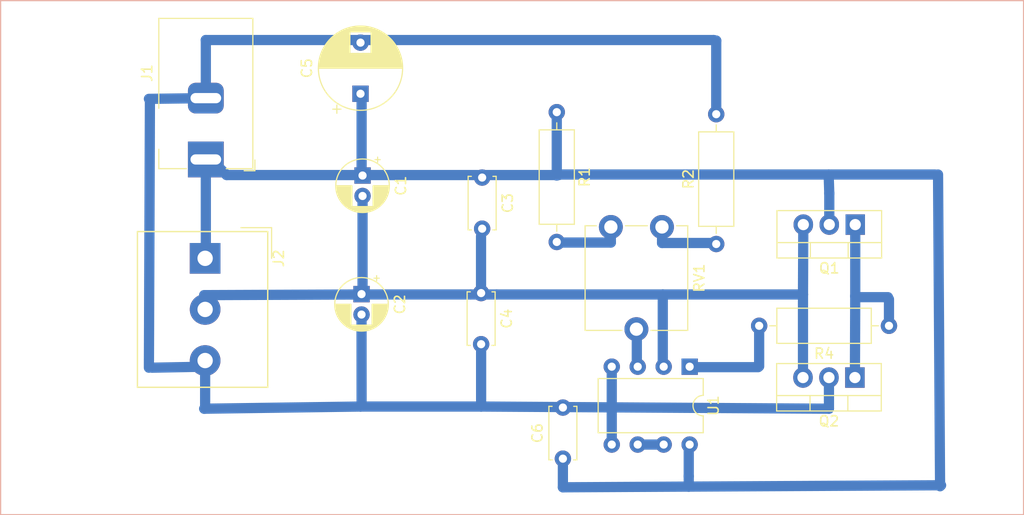
<source format=kicad_pcb>
(kicad_pcb (version 20171130) (host pcbnew 5.1.5-52549c5~84~ubuntu18.04.1)

  (general
    (thickness 1.6)
    (drawings 4)
    (tracks 67)
    (zones 0)
    (modules 15)
    (nets 10)
  )

  (page A4)
  (layers
    (0 F.Cu signal)
    (31 B.Cu signal)
    (32 B.Adhes user)
    (33 F.Adhes user)
    (34 B.Paste user)
    (35 F.Paste user)
    (36 B.SilkS user)
    (37 F.SilkS user)
    (38 B.Mask user)
    (39 F.Mask user)
    (40 Dwgs.User user)
    (41 Cmts.User user)
    (42 Eco1.User user)
    (43 Eco2.User user)
    (44 Edge.Cuts user)
    (45 Margin user)
    (46 B.CrtYd user)
    (47 F.CrtYd user)
    (48 B.Fab user)
    (49 F.Fab user)
  )

  (setup
    (last_trace_width 1)
    (user_trace_width 1)
    (trace_clearance 0.2)
    (zone_clearance 0.508)
    (zone_45_only no)
    (trace_min 1)
    (via_size 0.8)
    (via_drill 0.4)
    (via_min_size 0.4)
    (via_min_drill 0.3)
    (uvia_size 0.3)
    (uvia_drill 0.1)
    (uvias_allowed no)
    (uvia_min_size 0.2)
    (uvia_min_drill 0.1)
    (edge_width 0.05)
    (segment_width 0.2)
    (pcb_text_width 0.3)
    (pcb_text_size 1.5 1.5)
    (mod_edge_width 0.12)
    (mod_text_size 1 1)
    (mod_text_width 0.15)
    (pad_size 1.524 1.524)
    (pad_drill 0.762)
    (pad_to_mask_clearance 0.051)
    (solder_mask_min_width 0.25)
    (aux_axis_origin 0 0)
    (grid_origin 209.804 103.124)
    (visible_elements FFFFFF7F)
    (pcbplotparams
      (layerselection 0x010fc_ffffffff)
      (usegerberextensions false)
      (usegerberattributes false)
      (usegerberadvancedattributes false)
      (creategerberjobfile false)
      (excludeedgelayer true)
      (linewidth 0.100000)
      (plotframeref false)
      (viasonmask false)
      (mode 1)
      (useauxorigin false)
      (hpglpennumber 1)
      (hpglpenspeed 20)
      (hpglpendiameter 15.000000)
      (psnegative false)
      (psa4output false)
      (plotreference true)
      (plotvalue true)
      (plotinvisibletext false)
      (padsonsilk false)
      (subtractmaskfromsilk false)
      (outputformat 1)
      (mirror false)
      (drillshape 1)
      (scaleselection 1)
      (outputdirectory ""))
  )

  (net 0 "")
  (net 1 GNDREF)
  (net 2 +VDC)
  (net 3 -VDC)
  (net 4 "Net-(Q1-Pad1)")
  (net 5 "Net-(R1-Pad2)")
  (net 6 "Net-(R2-Pad1)")
  (net 7 "Net-(R4-Pad2)")
  (net 8 "Net-(RV1-Pad2)")
  (net 9 "Net-(U1-Pad6)")

  (net_class Default "This is the default net class."
    (clearance 0.2)
    (trace_width 1)
    (via_dia 0.8)
    (via_drill 0.4)
    (uvia_dia 0.3)
    (uvia_drill 0.1)
    (diff_pair_width 1)
    (diff_pair_gap 0.25)
    (add_net +VDC)
    (add_net -VDC)
    (add_net GNDREF)
    (add_net "Net-(Q1-Pad1)")
    (add_net "Net-(R1-Pad2)")
    (add_net "Net-(R2-Pad1)")
    (add_net "Net-(R4-Pad2)")
    (add_net "Net-(RV1-Pad2)")
    (add_net "Net-(U1-Pad6)")
  )

  (module Resistor_THT:R_Axial_DIN0309_L9.0mm_D3.2mm_P12.70mm_Horizontal (layer F.Cu) (tedit 5AE5139B) (tstamp 5DD98EC1)
    (at 175.304 100.524 180)
    (descr "Resistor, Axial_DIN0309 series, Axial, Horizontal, pin pitch=12.7mm, 0.5W = 1/2W, length*diameter=9*3.2mm^2, http://cdn-reichelt.de/documents/datenblatt/B400/1_4W%23YAG.pdf")
    (tags "Resistor Axial_DIN0309 series Axial Horizontal pin pitch 12.7mm 0.5W = 1/2W length 9mm diameter 3.2mm")
    (path /5DD3B3A7)
    (fp_text reference R4 (at 6.35 -2.72) (layer F.SilkS)
      (effects (font (size 1 1) (thickness 0.15)))
    )
    (fp_text value 1k (at 6.35 2.72) (layer F.Fab)
      (effects (font (size 1 1) (thickness 0.15)))
    )
    (fp_text user %R (at 6.35 0) (layer F.Fab)
      (effects (font (size 1 1) (thickness 0.15)))
    )
    (fp_line (start 13.75 -1.85) (end -1.05 -1.85) (layer F.CrtYd) (width 0.05))
    (fp_line (start 13.75 1.85) (end 13.75 -1.85) (layer F.CrtYd) (width 0.05))
    (fp_line (start -1.05 1.85) (end 13.75 1.85) (layer F.CrtYd) (width 0.05))
    (fp_line (start -1.05 -1.85) (end -1.05 1.85) (layer F.CrtYd) (width 0.05))
    (fp_line (start 11.66 0) (end 10.97 0) (layer F.SilkS) (width 0.12))
    (fp_line (start 1.04 0) (end 1.73 0) (layer F.SilkS) (width 0.12))
    (fp_line (start 10.97 -1.72) (end 1.73 -1.72) (layer F.SilkS) (width 0.12))
    (fp_line (start 10.97 1.72) (end 10.97 -1.72) (layer F.SilkS) (width 0.12))
    (fp_line (start 1.73 1.72) (end 10.97 1.72) (layer F.SilkS) (width 0.12))
    (fp_line (start 1.73 -1.72) (end 1.73 1.72) (layer F.SilkS) (width 0.12))
    (fp_line (start 12.7 0) (end 10.85 0) (layer F.Fab) (width 0.1))
    (fp_line (start 0 0) (end 1.85 0) (layer F.Fab) (width 0.1))
    (fp_line (start 10.85 -1.6) (end 1.85 -1.6) (layer F.Fab) (width 0.1))
    (fp_line (start 10.85 1.6) (end 10.85 -1.6) (layer F.Fab) (width 0.1))
    (fp_line (start 1.85 1.6) (end 10.85 1.6) (layer F.Fab) (width 0.1))
    (fp_line (start 1.85 -1.6) (end 1.85 1.6) (layer F.Fab) (width 0.1))
    (pad 2 thru_hole oval (at 12.7 0 180) (size 1.6 1.6) (drill 0.8) (layers *.Cu *.Mask)
      (net 7 "Net-(R4-Pad2)"))
    (pad 1 thru_hole circle (at 0 0 180) (size 1.6 1.6) (drill 0.8) (layers *.Cu *.Mask)
      (net 4 "Net-(Q1-Pad1)"))
    (model ${KISYS3DMOD}/Resistor_THT.3dshapes/R_Axial_DIN0309_L9.0mm_D3.2mm_P12.70mm_Horizontal.wrl
      (at (xyz 0 0 0))
      (scale (xyz 1 1 1))
      (rotate (xyz 0 0 0))
    )
  )

  (module Resistor_THT:R_Axial_DIN0309_L9.0mm_D3.2mm_P12.70mm_Horizontal (layer F.Cu) (tedit 5AE5139B) (tstamp 5DD98216)
    (at 142.804 79.624 270)
    (descr "Resistor, Axial_DIN0309 series, Axial, Horizontal, pin pitch=12.7mm, 0.5W = 1/2W, length*diameter=9*3.2mm^2, http://cdn-reichelt.de/documents/datenblatt/B400/1_4W%23YAG.pdf")
    (tags "Resistor Axial_DIN0309 series Axial Horizontal pin pitch 12.7mm 0.5W = 1/2W length 9mm diameter 3.2mm")
    (path /5DCE128D)
    (fp_text reference R1 (at 6.35 -2.72 90) (layer F.SilkS)
      (effects (font (size 1 1) (thickness 0.15)))
    )
    (fp_text value 10k (at 6.35 2.72 90) (layer F.Fab)
      (effects (font (size 1 1) (thickness 0.15)))
    )
    (fp_text user %R (at 6.35 0 90) (layer F.Fab)
      (effects (font (size 1 1) (thickness 0.15)))
    )
    (fp_line (start 13.75 -1.85) (end -1.05 -1.85) (layer F.CrtYd) (width 0.05))
    (fp_line (start 13.75 1.85) (end 13.75 -1.85) (layer F.CrtYd) (width 0.05))
    (fp_line (start -1.05 1.85) (end 13.75 1.85) (layer F.CrtYd) (width 0.05))
    (fp_line (start -1.05 -1.85) (end -1.05 1.85) (layer F.CrtYd) (width 0.05))
    (fp_line (start 11.66 0) (end 10.97 0) (layer F.SilkS) (width 0.12))
    (fp_line (start 1.04 0) (end 1.73 0) (layer F.SilkS) (width 0.12))
    (fp_line (start 10.97 -1.72) (end 1.73 -1.72) (layer F.SilkS) (width 0.12))
    (fp_line (start 10.97 1.72) (end 10.97 -1.72) (layer F.SilkS) (width 0.12))
    (fp_line (start 1.73 1.72) (end 10.97 1.72) (layer F.SilkS) (width 0.12))
    (fp_line (start 1.73 -1.72) (end 1.73 1.72) (layer F.SilkS) (width 0.12))
    (fp_line (start 12.7 0) (end 10.85 0) (layer F.Fab) (width 0.1))
    (fp_line (start 0 0) (end 1.85 0) (layer F.Fab) (width 0.1))
    (fp_line (start 10.85 -1.6) (end 1.85 -1.6) (layer F.Fab) (width 0.1))
    (fp_line (start 10.85 1.6) (end 10.85 -1.6) (layer F.Fab) (width 0.1))
    (fp_line (start 1.85 1.6) (end 10.85 1.6) (layer F.Fab) (width 0.1))
    (fp_line (start 1.85 -1.6) (end 1.85 1.6) (layer F.Fab) (width 0.1))
    (pad 2 thru_hole oval (at 12.7 0 270) (size 1.6 1.6) (drill 0.8) (layers *.Cu *.Mask)
      (net 5 "Net-(R1-Pad2)"))
    (pad 1 thru_hole circle (at 0 0 270) (size 1.6 1.6) (drill 0.8) (layers *.Cu *.Mask)
      (net 2 +VDC))
    (model ${KISYS3DMOD}/Resistor_THT.3dshapes/R_Axial_DIN0309_L9.0mm_D3.2mm_P12.70mm_Horizontal.wrl
      (at (xyz 0 0 0))
      (scale (xyz 1 1 1))
      (rotate (xyz 0 0 0))
    )
  )

  (module Resistor_THT:R_Axial_DIN0309_L9.0mm_D3.2mm_P12.70mm_Horizontal (layer F.Cu) (tedit 5AE5139B) (tstamp 5DD97718)
    (at 158.404 92.524 90)
    (descr "Resistor, Axial_DIN0309 series, Axial, Horizontal, pin pitch=12.7mm, 0.5W = 1/2W, length*diameter=9*3.2mm^2, http://cdn-reichelt.de/documents/datenblatt/B400/1_4W%23YAG.pdf")
    (tags "Resistor Axial_DIN0309 series Axial Horizontal pin pitch 12.7mm 0.5W = 1/2W length 9mm diameter 3.2mm")
    (path /5DD07D5A)
    (fp_text reference R2 (at 6.35 -2.72 90) (layer F.SilkS)
      (effects (font (size 1 1) (thickness 0.15)))
    )
    (fp_text value 10k (at 6.35 2.72 90) (layer F.Fab)
      (effects (font (size 1 1) (thickness 0.15)))
    )
    (fp_text user %R (at 6.35 0 90) (layer F.Fab)
      (effects (font (size 1 1) (thickness 0.15)))
    )
    (fp_line (start 13.75 -1.85) (end -1.05 -1.85) (layer F.CrtYd) (width 0.05))
    (fp_line (start 13.75 1.85) (end 13.75 -1.85) (layer F.CrtYd) (width 0.05))
    (fp_line (start -1.05 1.85) (end 13.75 1.85) (layer F.CrtYd) (width 0.05))
    (fp_line (start -1.05 -1.85) (end -1.05 1.85) (layer F.CrtYd) (width 0.05))
    (fp_line (start 11.66 0) (end 10.97 0) (layer F.SilkS) (width 0.12))
    (fp_line (start 1.04 0) (end 1.73 0) (layer F.SilkS) (width 0.12))
    (fp_line (start 10.97 -1.72) (end 1.73 -1.72) (layer F.SilkS) (width 0.12))
    (fp_line (start 10.97 1.72) (end 10.97 -1.72) (layer F.SilkS) (width 0.12))
    (fp_line (start 1.73 1.72) (end 10.97 1.72) (layer F.SilkS) (width 0.12))
    (fp_line (start 1.73 -1.72) (end 1.73 1.72) (layer F.SilkS) (width 0.12))
    (fp_line (start 12.7 0) (end 10.85 0) (layer F.Fab) (width 0.1))
    (fp_line (start 0 0) (end 1.85 0) (layer F.Fab) (width 0.1))
    (fp_line (start 10.85 -1.6) (end 1.85 -1.6) (layer F.Fab) (width 0.1))
    (fp_line (start 10.85 1.6) (end 10.85 -1.6) (layer F.Fab) (width 0.1))
    (fp_line (start 1.85 1.6) (end 10.85 1.6) (layer F.Fab) (width 0.1))
    (fp_line (start 1.85 -1.6) (end 1.85 1.6) (layer F.Fab) (width 0.1))
    (pad 2 thru_hole oval (at 12.7 0 90) (size 1.6 1.6) (drill 0.8) (layers *.Cu *.Mask)
      (net 3 -VDC))
    (pad 1 thru_hole circle (at 0 0 90) (size 1.6 1.6) (drill 0.8) (layers *.Cu *.Mask)
      (net 6 "Net-(R2-Pad1)"))
    (model ${KISYS3DMOD}/Resistor_THT.3dshapes/R_Axial_DIN0309_L9.0mm_D3.2mm_P12.70mm_Horizontal.wrl
      (at (xyz 0 0 0))
      (scale (xyz 1 1 1))
      (rotate (xyz 0 0 0))
    )
  )

  (module Capacitor_THT:C_Disc_D5.0mm_W2.5mm_P5.00mm (layer F.Cu) (tedit 5AE50EF0) (tstamp 5DD9683C)
    (at 135.504 86.024 270)
    (descr "C, Disc series, Radial, pin pitch=5.00mm, , diameter*width=5*2.5mm^2, Capacitor, http://cdn-reichelt.de/documents/datenblatt/B300/DS_KERKO_TC.pdf")
    (tags "C Disc series Radial pin pitch 5.00mm  diameter 5mm width 2.5mm Capacitor")
    (path /5E207D2C)
    (fp_text reference C3 (at 2.5 -2.5 90) (layer F.SilkS)
      (effects (font (size 1 1) (thickness 0.15)))
    )
    (fp_text value 100n (at 2.5 2.5 90) (layer F.Fab)
      (effects (font (size 1 1) (thickness 0.15)))
    )
    (fp_text user %R (at 2.5 0 90) (layer F.Fab)
      (effects (font (size 1 1) (thickness 0.15)))
    )
    (fp_line (start 6.05 -1.5) (end -1.05 -1.5) (layer F.CrtYd) (width 0.05))
    (fp_line (start 6.05 1.5) (end 6.05 -1.5) (layer F.CrtYd) (width 0.05))
    (fp_line (start -1.05 1.5) (end 6.05 1.5) (layer F.CrtYd) (width 0.05))
    (fp_line (start -1.05 -1.5) (end -1.05 1.5) (layer F.CrtYd) (width 0.05))
    (fp_line (start 5.12 1.055) (end 5.12 1.37) (layer F.SilkS) (width 0.12))
    (fp_line (start 5.12 -1.37) (end 5.12 -1.055) (layer F.SilkS) (width 0.12))
    (fp_line (start -0.12 1.055) (end -0.12 1.37) (layer F.SilkS) (width 0.12))
    (fp_line (start -0.12 -1.37) (end -0.12 -1.055) (layer F.SilkS) (width 0.12))
    (fp_line (start -0.12 1.37) (end 5.12 1.37) (layer F.SilkS) (width 0.12))
    (fp_line (start -0.12 -1.37) (end 5.12 -1.37) (layer F.SilkS) (width 0.12))
    (fp_line (start 5 -1.25) (end 0 -1.25) (layer F.Fab) (width 0.1))
    (fp_line (start 5 1.25) (end 5 -1.25) (layer F.Fab) (width 0.1))
    (fp_line (start 0 1.25) (end 5 1.25) (layer F.Fab) (width 0.1))
    (fp_line (start 0 -1.25) (end 0 1.25) (layer F.Fab) (width 0.1))
    (pad 2 thru_hole circle (at 5 0 270) (size 1.6 1.6) (drill 0.8) (layers *.Cu *.Mask)
      (net 1 GNDREF))
    (pad 1 thru_hole circle (at 0 0 270) (size 1.6 1.6) (drill 0.8) (layers *.Cu *.Mask)
      (net 2 +VDC))
    (model ${KISYS3DMOD}/Capacitor_THT.3dshapes/C_Disc_D5.0mm_W2.5mm_P5.00mm.wrl
      (at (xyz 0 0 0))
      (scale (xyz 1 1 1))
      (rotate (xyz 0 0 0))
    )
  )

  (module Capacitor_THT:C_Disc_D5.0mm_W2.5mm_P5.00mm (layer F.Cu) (tedit 5AE50EF0) (tstamp 5DD95CF6)
    (at 135.404 97.324 270)
    (descr "C, Disc series, Radial, pin pitch=5.00mm, , diameter*width=5*2.5mm^2, Capacitor, http://cdn-reichelt.de/documents/datenblatt/B300/DS_KERKO_TC.pdf")
    (tags "C Disc series Radial pin pitch 5.00mm  diameter 5mm width 2.5mm Capacitor")
    (path /5E2099C0)
    (fp_text reference C4 (at 2.5 -2.5 90) (layer F.SilkS)
      (effects (font (size 1 1) (thickness 0.15)))
    )
    (fp_text value 100n (at 2.5 2.5 90) (layer F.Fab)
      (effects (font (size 1 1) (thickness 0.15)))
    )
    (fp_text user %R (at 2.5 0 90) (layer F.Fab)
      (effects (font (size 1 1) (thickness 0.15)))
    )
    (fp_line (start 6.05 -1.5) (end -1.05 -1.5) (layer F.CrtYd) (width 0.05))
    (fp_line (start 6.05 1.5) (end 6.05 -1.5) (layer F.CrtYd) (width 0.05))
    (fp_line (start -1.05 1.5) (end 6.05 1.5) (layer F.CrtYd) (width 0.05))
    (fp_line (start -1.05 -1.5) (end -1.05 1.5) (layer F.CrtYd) (width 0.05))
    (fp_line (start 5.12 1.055) (end 5.12 1.37) (layer F.SilkS) (width 0.12))
    (fp_line (start 5.12 -1.37) (end 5.12 -1.055) (layer F.SilkS) (width 0.12))
    (fp_line (start -0.12 1.055) (end -0.12 1.37) (layer F.SilkS) (width 0.12))
    (fp_line (start -0.12 -1.37) (end -0.12 -1.055) (layer F.SilkS) (width 0.12))
    (fp_line (start -0.12 1.37) (end 5.12 1.37) (layer F.SilkS) (width 0.12))
    (fp_line (start -0.12 -1.37) (end 5.12 -1.37) (layer F.SilkS) (width 0.12))
    (fp_line (start 5 -1.25) (end 0 -1.25) (layer F.Fab) (width 0.1))
    (fp_line (start 5 1.25) (end 5 -1.25) (layer F.Fab) (width 0.1))
    (fp_line (start 0 1.25) (end 5 1.25) (layer F.Fab) (width 0.1))
    (fp_line (start 0 -1.25) (end 0 1.25) (layer F.Fab) (width 0.1))
    (pad 2 thru_hole circle (at 5 0 270) (size 1.6 1.6) (drill 0.8) (layers *.Cu *.Mask)
      (net 3 -VDC))
    (pad 1 thru_hole circle (at 0 0 270) (size 1.6 1.6) (drill 0.8) (layers *.Cu *.Mask)
      (net 1 GNDREF))
    (model ${KISYS3DMOD}/Capacitor_THT.3dshapes/C_Disc_D5.0mm_W2.5mm_P5.00mm.wrl
      (at (xyz 0 0 0))
      (scale (xyz 1 1 1))
      (rotate (xyz 0 0 0))
    )
  )

  (module Capacitor_THT:C_Disc_D5.0mm_W2.5mm_P5.00mm (layer F.Cu) (tedit 5AE50EF0) (tstamp 5DD9534B)
    (at 143.404 113.524 90)
    (descr "C, Disc series, Radial, pin pitch=5.00mm, , diameter*width=5*2.5mm^2, Capacitor, http://cdn-reichelt.de/documents/datenblatt/B300/DS_KERKO_TC.pdf")
    (tags "C Disc series Radial pin pitch 5.00mm  diameter 5mm width 2.5mm Capacitor")
    (path /5DD283EF)
    (fp_text reference C6 (at 2.5 -2.5 90) (layer F.SilkS)
      (effects (font (size 1 1) (thickness 0.15)))
    )
    (fp_text value 100n (at 2.5 2.5 90) (layer F.Fab)
      (effects (font (size 1 1) (thickness 0.15)))
    )
    (fp_text user %R (at 2.5 0 90) (layer F.Fab)
      (effects (font (size 1 1) (thickness 0.15)))
    )
    (fp_line (start 6.05 -1.5) (end -1.05 -1.5) (layer F.CrtYd) (width 0.05))
    (fp_line (start 6.05 1.5) (end 6.05 -1.5) (layer F.CrtYd) (width 0.05))
    (fp_line (start -1.05 1.5) (end 6.05 1.5) (layer F.CrtYd) (width 0.05))
    (fp_line (start -1.05 -1.5) (end -1.05 1.5) (layer F.CrtYd) (width 0.05))
    (fp_line (start 5.12 1.055) (end 5.12 1.37) (layer F.SilkS) (width 0.12))
    (fp_line (start 5.12 -1.37) (end 5.12 -1.055) (layer F.SilkS) (width 0.12))
    (fp_line (start -0.12 1.055) (end -0.12 1.37) (layer F.SilkS) (width 0.12))
    (fp_line (start -0.12 -1.37) (end -0.12 -1.055) (layer F.SilkS) (width 0.12))
    (fp_line (start -0.12 1.37) (end 5.12 1.37) (layer F.SilkS) (width 0.12))
    (fp_line (start -0.12 -1.37) (end 5.12 -1.37) (layer F.SilkS) (width 0.12))
    (fp_line (start 5 -1.25) (end 0 -1.25) (layer F.Fab) (width 0.1))
    (fp_line (start 5 1.25) (end 5 -1.25) (layer F.Fab) (width 0.1))
    (fp_line (start 0 1.25) (end 5 1.25) (layer F.Fab) (width 0.1))
    (fp_line (start 0 -1.25) (end 0 1.25) (layer F.Fab) (width 0.1))
    (pad 2 thru_hole circle (at 5 0 90) (size 1.6 1.6) (drill 0.8) (layers *.Cu *.Mask)
      (net 3 -VDC))
    (pad 1 thru_hole circle (at 0 0 90) (size 1.6 1.6) (drill 0.8) (layers *.Cu *.Mask)
      (net 2 +VDC))
    (model ${KISYS3DMOD}/Capacitor_THT.3dshapes/C_Disc_D5.0mm_W2.5mm_P5.00mm.wrl
      (at (xyz 0 0 0))
      (scale (xyz 1 1 1))
      (rotate (xyz 0 0 0))
    )
  )

  (module Capacitor_THT:CP_Radial_D5.0mm_P2.00mm (layer F.Cu) (tedit 5AE50EF0) (tstamp 5DD93EE5)
    (at 123.704 97.424 270)
    (descr "CP, Radial series, Radial, pin pitch=2.00mm, , diameter=5mm, Electrolytic Capacitor")
    (tags "CP Radial series Radial pin pitch 2.00mm  diameter 5mm Electrolytic Capacitor")
    (path /5E1FE88A)
    (fp_text reference C2 (at 1 -3.75 90) (layer F.SilkS)
      (effects (font (size 1 1) (thickness 0.15)))
    )
    (fp_text value 100u (at 1 3.75 90) (layer F.Fab)
      (effects (font (size 1 1) (thickness 0.15)))
    )
    (fp_text user %R (at 1 0 90) (layer F.Fab)
      (effects (font (size 1 1) (thickness 0.15)))
    )
    (fp_line (start -1.554775 -1.725) (end -1.554775 -1.225) (layer F.SilkS) (width 0.12))
    (fp_line (start -1.804775 -1.475) (end -1.304775 -1.475) (layer F.SilkS) (width 0.12))
    (fp_line (start 3.601 -0.284) (end 3.601 0.284) (layer F.SilkS) (width 0.12))
    (fp_line (start 3.561 -0.518) (end 3.561 0.518) (layer F.SilkS) (width 0.12))
    (fp_line (start 3.521 -0.677) (end 3.521 0.677) (layer F.SilkS) (width 0.12))
    (fp_line (start 3.481 -0.805) (end 3.481 0.805) (layer F.SilkS) (width 0.12))
    (fp_line (start 3.441 -0.915) (end 3.441 0.915) (layer F.SilkS) (width 0.12))
    (fp_line (start 3.401 -1.011) (end 3.401 1.011) (layer F.SilkS) (width 0.12))
    (fp_line (start 3.361 -1.098) (end 3.361 1.098) (layer F.SilkS) (width 0.12))
    (fp_line (start 3.321 -1.178) (end 3.321 1.178) (layer F.SilkS) (width 0.12))
    (fp_line (start 3.281 -1.251) (end 3.281 1.251) (layer F.SilkS) (width 0.12))
    (fp_line (start 3.241 -1.319) (end 3.241 1.319) (layer F.SilkS) (width 0.12))
    (fp_line (start 3.201 -1.383) (end 3.201 1.383) (layer F.SilkS) (width 0.12))
    (fp_line (start 3.161 -1.443) (end 3.161 1.443) (layer F.SilkS) (width 0.12))
    (fp_line (start 3.121 -1.5) (end 3.121 1.5) (layer F.SilkS) (width 0.12))
    (fp_line (start 3.081 -1.554) (end 3.081 1.554) (layer F.SilkS) (width 0.12))
    (fp_line (start 3.041 -1.605) (end 3.041 1.605) (layer F.SilkS) (width 0.12))
    (fp_line (start 3.001 1.04) (end 3.001 1.653) (layer F.SilkS) (width 0.12))
    (fp_line (start 3.001 -1.653) (end 3.001 -1.04) (layer F.SilkS) (width 0.12))
    (fp_line (start 2.961 1.04) (end 2.961 1.699) (layer F.SilkS) (width 0.12))
    (fp_line (start 2.961 -1.699) (end 2.961 -1.04) (layer F.SilkS) (width 0.12))
    (fp_line (start 2.921 1.04) (end 2.921 1.743) (layer F.SilkS) (width 0.12))
    (fp_line (start 2.921 -1.743) (end 2.921 -1.04) (layer F.SilkS) (width 0.12))
    (fp_line (start 2.881 1.04) (end 2.881 1.785) (layer F.SilkS) (width 0.12))
    (fp_line (start 2.881 -1.785) (end 2.881 -1.04) (layer F.SilkS) (width 0.12))
    (fp_line (start 2.841 1.04) (end 2.841 1.826) (layer F.SilkS) (width 0.12))
    (fp_line (start 2.841 -1.826) (end 2.841 -1.04) (layer F.SilkS) (width 0.12))
    (fp_line (start 2.801 1.04) (end 2.801 1.864) (layer F.SilkS) (width 0.12))
    (fp_line (start 2.801 -1.864) (end 2.801 -1.04) (layer F.SilkS) (width 0.12))
    (fp_line (start 2.761 1.04) (end 2.761 1.901) (layer F.SilkS) (width 0.12))
    (fp_line (start 2.761 -1.901) (end 2.761 -1.04) (layer F.SilkS) (width 0.12))
    (fp_line (start 2.721 1.04) (end 2.721 1.937) (layer F.SilkS) (width 0.12))
    (fp_line (start 2.721 -1.937) (end 2.721 -1.04) (layer F.SilkS) (width 0.12))
    (fp_line (start 2.681 1.04) (end 2.681 1.971) (layer F.SilkS) (width 0.12))
    (fp_line (start 2.681 -1.971) (end 2.681 -1.04) (layer F.SilkS) (width 0.12))
    (fp_line (start 2.641 1.04) (end 2.641 2.004) (layer F.SilkS) (width 0.12))
    (fp_line (start 2.641 -2.004) (end 2.641 -1.04) (layer F.SilkS) (width 0.12))
    (fp_line (start 2.601 1.04) (end 2.601 2.035) (layer F.SilkS) (width 0.12))
    (fp_line (start 2.601 -2.035) (end 2.601 -1.04) (layer F.SilkS) (width 0.12))
    (fp_line (start 2.561 1.04) (end 2.561 2.065) (layer F.SilkS) (width 0.12))
    (fp_line (start 2.561 -2.065) (end 2.561 -1.04) (layer F.SilkS) (width 0.12))
    (fp_line (start 2.521 1.04) (end 2.521 2.095) (layer F.SilkS) (width 0.12))
    (fp_line (start 2.521 -2.095) (end 2.521 -1.04) (layer F.SilkS) (width 0.12))
    (fp_line (start 2.481 1.04) (end 2.481 2.122) (layer F.SilkS) (width 0.12))
    (fp_line (start 2.481 -2.122) (end 2.481 -1.04) (layer F.SilkS) (width 0.12))
    (fp_line (start 2.441 1.04) (end 2.441 2.149) (layer F.SilkS) (width 0.12))
    (fp_line (start 2.441 -2.149) (end 2.441 -1.04) (layer F.SilkS) (width 0.12))
    (fp_line (start 2.401 1.04) (end 2.401 2.175) (layer F.SilkS) (width 0.12))
    (fp_line (start 2.401 -2.175) (end 2.401 -1.04) (layer F.SilkS) (width 0.12))
    (fp_line (start 2.361 1.04) (end 2.361 2.2) (layer F.SilkS) (width 0.12))
    (fp_line (start 2.361 -2.2) (end 2.361 -1.04) (layer F.SilkS) (width 0.12))
    (fp_line (start 2.321 1.04) (end 2.321 2.224) (layer F.SilkS) (width 0.12))
    (fp_line (start 2.321 -2.224) (end 2.321 -1.04) (layer F.SilkS) (width 0.12))
    (fp_line (start 2.281 1.04) (end 2.281 2.247) (layer F.SilkS) (width 0.12))
    (fp_line (start 2.281 -2.247) (end 2.281 -1.04) (layer F.SilkS) (width 0.12))
    (fp_line (start 2.241 1.04) (end 2.241 2.268) (layer F.SilkS) (width 0.12))
    (fp_line (start 2.241 -2.268) (end 2.241 -1.04) (layer F.SilkS) (width 0.12))
    (fp_line (start 2.201 1.04) (end 2.201 2.29) (layer F.SilkS) (width 0.12))
    (fp_line (start 2.201 -2.29) (end 2.201 -1.04) (layer F.SilkS) (width 0.12))
    (fp_line (start 2.161 1.04) (end 2.161 2.31) (layer F.SilkS) (width 0.12))
    (fp_line (start 2.161 -2.31) (end 2.161 -1.04) (layer F.SilkS) (width 0.12))
    (fp_line (start 2.121 1.04) (end 2.121 2.329) (layer F.SilkS) (width 0.12))
    (fp_line (start 2.121 -2.329) (end 2.121 -1.04) (layer F.SilkS) (width 0.12))
    (fp_line (start 2.081 1.04) (end 2.081 2.348) (layer F.SilkS) (width 0.12))
    (fp_line (start 2.081 -2.348) (end 2.081 -1.04) (layer F.SilkS) (width 0.12))
    (fp_line (start 2.041 1.04) (end 2.041 2.365) (layer F.SilkS) (width 0.12))
    (fp_line (start 2.041 -2.365) (end 2.041 -1.04) (layer F.SilkS) (width 0.12))
    (fp_line (start 2.001 1.04) (end 2.001 2.382) (layer F.SilkS) (width 0.12))
    (fp_line (start 2.001 -2.382) (end 2.001 -1.04) (layer F.SilkS) (width 0.12))
    (fp_line (start 1.961 1.04) (end 1.961 2.398) (layer F.SilkS) (width 0.12))
    (fp_line (start 1.961 -2.398) (end 1.961 -1.04) (layer F.SilkS) (width 0.12))
    (fp_line (start 1.921 1.04) (end 1.921 2.414) (layer F.SilkS) (width 0.12))
    (fp_line (start 1.921 -2.414) (end 1.921 -1.04) (layer F.SilkS) (width 0.12))
    (fp_line (start 1.881 1.04) (end 1.881 2.428) (layer F.SilkS) (width 0.12))
    (fp_line (start 1.881 -2.428) (end 1.881 -1.04) (layer F.SilkS) (width 0.12))
    (fp_line (start 1.841 1.04) (end 1.841 2.442) (layer F.SilkS) (width 0.12))
    (fp_line (start 1.841 -2.442) (end 1.841 -1.04) (layer F.SilkS) (width 0.12))
    (fp_line (start 1.801 1.04) (end 1.801 2.455) (layer F.SilkS) (width 0.12))
    (fp_line (start 1.801 -2.455) (end 1.801 -1.04) (layer F.SilkS) (width 0.12))
    (fp_line (start 1.761 1.04) (end 1.761 2.468) (layer F.SilkS) (width 0.12))
    (fp_line (start 1.761 -2.468) (end 1.761 -1.04) (layer F.SilkS) (width 0.12))
    (fp_line (start 1.721 1.04) (end 1.721 2.48) (layer F.SilkS) (width 0.12))
    (fp_line (start 1.721 -2.48) (end 1.721 -1.04) (layer F.SilkS) (width 0.12))
    (fp_line (start 1.68 1.04) (end 1.68 2.491) (layer F.SilkS) (width 0.12))
    (fp_line (start 1.68 -2.491) (end 1.68 -1.04) (layer F.SilkS) (width 0.12))
    (fp_line (start 1.64 1.04) (end 1.64 2.501) (layer F.SilkS) (width 0.12))
    (fp_line (start 1.64 -2.501) (end 1.64 -1.04) (layer F.SilkS) (width 0.12))
    (fp_line (start 1.6 1.04) (end 1.6 2.511) (layer F.SilkS) (width 0.12))
    (fp_line (start 1.6 -2.511) (end 1.6 -1.04) (layer F.SilkS) (width 0.12))
    (fp_line (start 1.56 1.04) (end 1.56 2.52) (layer F.SilkS) (width 0.12))
    (fp_line (start 1.56 -2.52) (end 1.56 -1.04) (layer F.SilkS) (width 0.12))
    (fp_line (start 1.52 1.04) (end 1.52 2.528) (layer F.SilkS) (width 0.12))
    (fp_line (start 1.52 -2.528) (end 1.52 -1.04) (layer F.SilkS) (width 0.12))
    (fp_line (start 1.48 1.04) (end 1.48 2.536) (layer F.SilkS) (width 0.12))
    (fp_line (start 1.48 -2.536) (end 1.48 -1.04) (layer F.SilkS) (width 0.12))
    (fp_line (start 1.44 1.04) (end 1.44 2.543) (layer F.SilkS) (width 0.12))
    (fp_line (start 1.44 -2.543) (end 1.44 -1.04) (layer F.SilkS) (width 0.12))
    (fp_line (start 1.4 1.04) (end 1.4 2.55) (layer F.SilkS) (width 0.12))
    (fp_line (start 1.4 -2.55) (end 1.4 -1.04) (layer F.SilkS) (width 0.12))
    (fp_line (start 1.36 1.04) (end 1.36 2.556) (layer F.SilkS) (width 0.12))
    (fp_line (start 1.36 -2.556) (end 1.36 -1.04) (layer F.SilkS) (width 0.12))
    (fp_line (start 1.32 1.04) (end 1.32 2.561) (layer F.SilkS) (width 0.12))
    (fp_line (start 1.32 -2.561) (end 1.32 -1.04) (layer F.SilkS) (width 0.12))
    (fp_line (start 1.28 1.04) (end 1.28 2.565) (layer F.SilkS) (width 0.12))
    (fp_line (start 1.28 -2.565) (end 1.28 -1.04) (layer F.SilkS) (width 0.12))
    (fp_line (start 1.24 1.04) (end 1.24 2.569) (layer F.SilkS) (width 0.12))
    (fp_line (start 1.24 -2.569) (end 1.24 -1.04) (layer F.SilkS) (width 0.12))
    (fp_line (start 1.2 1.04) (end 1.2 2.573) (layer F.SilkS) (width 0.12))
    (fp_line (start 1.2 -2.573) (end 1.2 -1.04) (layer F.SilkS) (width 0.12))
    (fp_line (start 1.16 1.04) (end 1.16 2.576) (layer F.SilkS) (width 0.12))
    (fp_line (start 1.16 -2.576) (end 1.16 -1.04) (layer F.SilkS) (width 0.12))
    (fp_line (start 1.12 1.04) (end 1.12 2.578) (layer F.SilkS) (width 0.12))
    (fp_line (start 1.12 -2.578) (end 1.12 -1.04) (layer F.SilkS) (width 0.12))
    (fp_line (start 1.08 1.04) (end 1.08 2.579) (layer F.SilkS) (width 0.12))
    (fp_line (start 1.08 -2.579) (end 1.08 -1.04) (layer F.SilkS) (width 0.12))
    (fp_line (start 1.04 -2.58) (end 1.04 -1.04) (layer F.SilkS) (width 0.12))
    (fp_line (start 1.04 1.04) (end 1.04 2.58) (layer F.SilkS) (width 0.12))
    (fp_line (start 1 -2.58) (end 1 -1.04) (layer F.SilkS) (width 0.12))
    (fp_line (start 1 1.04) (end 1 2.58) (layer F.SilkS) (width 0.12))
    (fp_line (start -0.883605 -1.3375) (end -0.883605 -0.8375) (layer F.Fab) (width 0.1))
    (fp_line (start -1.133605 -1.0875) (end -0.633605 -1.0875) (layer F.Fab) (width 0.1))
    (fp_circle (center 1 0) (end 3.75 0) (layer F.CrtYd) (width 0.05))
    (fp_circle (center 1 0) (end 3.62 0) (layer F.SilkS) (width 0.12))
    (fp_circle (center 1 0) (end 3.5 0) (layer F.Fab) (width 0.1))
    (pad 2 thru_hole circle (at 2 0 270) (size 1.6 1.6) (drill 0.8) (layers *.Cu *.Mask)
      (net 3 -VDC))
    (pad 1 thru_hole rect (at 0 0 270) (size 1.6 1.6) (drill 0.8) (layers *.Cu *.Mask)
      (net 1 GNDREF))
    (model ${KISYS3DMOD}/Capacitor_THT.3dshapes/CP_Radial_D5.0mm_P2.00mm.wrl
      (at (xyz 0 0 0))
      (scale (xyz 1 1 1.8))
      (rotate (xyz 0 0 0))
    )
  )

  (module Capacitor_THT:CP_Radial_D5.0mm_P2.00mm (layer F.Cu) (tedit 5AE50EF0) (tstamp 5DD93179)
    (at 123.804 85.824 270)
    (descr "CP, Radial series, Radial, pin pitch=2.00mm, , diameter=5mm, Electrolytic Capacitor")
    (tags "CP Radial series Radial pin pitch 2.00mm  diameter 5mm Electrolytic Capacitor")
    (path /5E1FDF36)
    (fp_text reference C1 (at 1 -3.75 90) (layer F.SilkS)
      (effects (font (size 1 1) (thickness 0.15)))
    )
    (fp_text value 100u (at 1 3.75 90) (layer F.Fab)
      (effects (font (size 1 1) (thickness 0.15)))
    )
    (fp_text user %R (at 1 0 90) (layer F.Fab)
      (effects (font (size 1 1) (thickness 0.15)))
    )
    (fp_line (start -1.554775 -1.725) (end -1.554775 -1.225) (layer F.SilkS) (width 0.12))
    (fp_line (start -1.804775 -1.475) (end -1.304775 -1.475) (layer F.SilkS) (width 0.12))
    (fp_line (start 3.601 -0.284) (end 3.601 0.284) (layer F.SilkS) (width 0.12))
    (fp_line (start 3.561 -0.518) (end 3.561 0.518) (layer F.SilkS) (width 0.12))
    (fp_line (start 3.521 -0.677) (end 3.521 0.677) (layer F.SilkS) (width 0.12))
    (fp_line (start 3.481 -0.805) (end 3.481 0.805) (layer F.SilkS) (width 0.12))
    (fp_line (start 3.441 -0.915) (end 3.441 0.915) (layer F.SilkS) (width 0.12))
    (fp_line (start 3.401 -1.011) (end 3.401 1.011) (layer F.SilkS) (width 0.12))
    (fp_line (start 3.361 -1.098) (end 3.361 1.098) (layer F.SilkS) (width 0.12))
    (fp_line (start 3.321 -1.178) (end 3.321 1.178) (layer F.SilkS) (width 0.12))
    (fp_line (start 3.281 -1.251) (end 3.281 1.251) (layer F.SilkS) (width 0.12))
    (fp_line (start 3.241 -1.319) (end 3.241 1.319) (layer F.SilkS) (width 0.12))
    (fp_line (start 3.201 -1.383) (end 3.201 1.383) (layer F.SilkS) (width 0.12))
    (fp_line (start 3.161 -1.443) (end 3.161 1.443) (layer F.SilkS) (width 0.12))
    (fp_line (start 3.121 -1.5) (end 3.121 1.5) (layer F.SilkS) (width 0.12))
    (fp_line (start 3.081 -1.554) (end 3.081 1.554) (layer F.SilkS) (width 0.12))
    (fp_line (start 3.041 -1.605) (end 3.041 1.605) (layer F.SilkS) (width 0.12))
    (fp_line (start 3.001 1.04) (end 3.001 1.653) (layer F.SilkS) (width 0.12))
    (fp_line (start 3.001 -1.653) (end 3.001 -1.04) (layer F.SilkS) (width 0.12))
    (fp_line (start 2.961 1.04) (end 2.961 1.699) (layer F.SilkS) (width 0.12))
    (fp_line (start 2.961 -1.699) (end 2.961 -1.04) (layer F.SilkS) (width 0.12))
    (fp_line (start 2.921 1.04) (end 2.921 1.743) (layer F.SilkS) (width 0.12))
    (fp_line (start 2.921 -1.743) (end 2.921 -1.04) (layer F.SilkS) (width 0.12))
    (fp_line (start 2.881 1.04) (end 2.881 1.785) (layer F.SilkS) (width 0.12))
    (fp_line (start 2.881 -1.785) (end 2.881 -1.04) (layer F.SilkS) (width 0.12))
    (fp_line (start 2.841 1.04) (end 2.841 1.826) (layer F.SilkS) (width 0.12))
    (fp_line (start 2.841 -1.826) (end 2.841 -1.04) (layer F.SilkS) (width 0.12))
    (fp_line (start 2.801 1.04) (end 2.801 1.864) (layer F.SilkS) (width 0.12))
    (fp_line (start 2.801 -1.864) (end 2.801 -1.04) (layer F.SilkS) (width 0.12))
    (fp_line (start 2.761 1.04) (end 2.761 1.901) (layer F.SilkS) (width 0.12))
    (fp_line (start 2.761 -1.901) (end 2.761 -1.04) (layer F.SilkS) (width 0.12))
    (fp_line (start 2.721 1.04) (end 2.721 1.937) (layer F.SilkS) (width 0.12))
    (fp_line (start 2.721 -1.937) (end 2.721 -1.04) (layer F.SilkS) (width 0.12))
    (fp_line (start 2.681 1.04) (end 2.681 1.971) (layer F.SilkS) (width 0.12))
    (fp_line (start 2.681 -1.971) (end 2.681 -1.04) (layer F.SilkS) (width 0.12))
    (fp_line (start 2.641 1.04) (end 2.641 2.004) (layer F.SilkS) (width 0.12))
    (fp_line (start 2.641 -2.004) (end 2.641 -1.04) (layer F.SilkS) (width 0.12))
    (fp_line (start 2.601 1.04) (end 2.601 2.035) (layer F.SilkS) (width 0.12))
    (fp_line (start 2.601 -2.035) (end 2.601 -1.04) (layer F.SilkS) (width 0.12))
    (fp_line (start 2.561 1.04) (end 2.561 2.065) (layer F.SilkS) (width 0.12))
    (fp_line (start 2.561 -2.065) (end 2.561 -1.04) (layer F.SilkS) (width 0.12))
    (fp_line (start 2.521 1.04) (end 2.521 2.095) (layer F.SilkS) (width 0.12))
    (fp_line (start 2.521 -2.095) (end 2.521 -1.04) (layer F.SilkS) (width 0.12))
    (fp_line (start 2.481 1.04) (end 2.481 2.122) (layer F.SilkS) (width 0.12))
    (fp_line (start 2.481 -2.122) (end 2.481 -1.04) (layer F.SilkS) (width 0.12))
    (fp_line (start 2.441 1.04) (end 2.441 2.149) (layer F.SilkS) (width 0.12))
    (fp_line (start 2.441 -2.149) (end 2.441 -1.04) (layer F.SilkS) (width 0.12))
    (fp_line (start 2.401 1.04) (end 2.401 2.175) (layer F.SilkS) (width 0.12))
    (fp_line (start 2.401 -2.175) (end 2.401 -1.04) (layer F.SilkS) (width 0.12))
    (fp_line (start 2.361 1.04) (end 2.361 2.2) (layer F.SilkS) (width 0.12))
    (fp_line (start 2.361 -2.2) (end 2.361 -1.04) (layer F.SilkS) (width 0.12))
    (fp_line (start 2.321 1.04) (end 2.321 2.224) (layer F.SilkS) (width 0.12))
    (fp_line (start 2.321 -2.224) (end 2.321 -1.04) (layer F.SilkS) (width 0.12))
    (fp_line (start 2.281 1.04) (end 2.281 2.247) (layer F.SilkS) (width 0.12))
    (fp_line (start 2.281 -2.247) (end 2.281 -1.04) (layer F.SilkS) (width 0.12))
    (fp_line (start 2.241 1.04) (end 2.241 2.268) (layer F.SilkS) (width 0.12))
    (fp_line (start 2.241 -2.268) (end 2.241 -1.04) (layer F.SilkS) (width 0.12))
    (fp_line (start 2.201 1.04) (end 2.201 2.29) (layer F.SilkS) (width 0.12))
    (fp_line (start 2.201 -2.29) (end 2.201 -1.04) (layer F.SilkS) (width 0.12))
    (fp_line (start 2.161 1.04) (end 2.161 2.31) (layer F.SilkS) (width 0.12))
    (fp_line (start 2.161 -2.31) (end 2.161 -1.04) (layer F.SilkS) (width 0.12))
    (fp_line (start 2.121 1.04) (end 2.121 2.329) (layer F.SilkS) (width 0.12))
    (fp_line (start 2.121 -2.329) (end 2.121 -1.04) (layer F.SilkS) (width 0.12))
    (fp_line (start 2.081 1.04) (end 2.081 2.348) (layer F.SilkS) (width 0.12))
    (fp_line (start 2.081 -2.348) (end 2.081 -1.04) (layer F.SilkS) (width 0.12))
    (fp_line (start 2.041 1.04) (end 2.041 2.365) (layer F.SilkS) (width 0.12))
    (fp_line (start 2.041 -2.365) (end 2.041 -1.04) (layer F.SilkS) (width 0.12))
    (fp_line (start 2.001 1.04) (end 2.001 2.382) (layer F.SilkS) (width 0.12))
    (fp_line (start 2.001 -2.382) (end 2.001 -1.04) (layer F.SilkS) (width 0.12))
    (fp_line (start 1.961 1.04) (end 1.961 2.398) (layer F.SilkS) (width 0.12))
    (fp_line (start 1.961 -2.398) (end 1.961 -1.04) (layer F.SilkS) (width 0.12))
    (fp_line (start 1.921 1.04) (end 1.921 2.414) (layer F.SilkS) (width 0.12))
    (fp_line (start 1.921 -2.414) (end 1.921 -1.04) (layer F.SilkS) (width 0.12))
    (fp_line (start 1.881 1.04) (end 1.881 2.428) (layer F.SilkS) (width 0.12))
    (fp_line (start 1.881 -2.428) (end 1.881 -1.04) (layer F.SilkS) (width 0.12))
    (fp_line (start 1.841 1.04) (end 1.841 2.442) (layer F.SilkS) (width 0.12))
    (fp_line (start 1.841 -2.442) (end 1.841 -1.04) (layer F.SilkS) (width 0.12))
    (fp_line (start 1.801 1.04) (end 1.801 2.455) (layer F.SilkS) (width 0.12))
    (fp_line (start 1.801 -2.455) (end 1.801 -1.04) (layer F.SilkS) (width 0.12))
    (fp_line (start 1.761 1.04) (end 1.761 2.468) (layer F.SilkS) (width 0.12))
    (fp_line (start 1.761 -2.468) (end 1.761 -1.04) (layer F.SilkS) (width 0.12))
    (fp_line (start 1.721 1.04) (end 1.721 2.48) (layer F.SilkS) (width 0.12))
    (fp_line (start 1.721 -2.48) (end 1.721 -1.04) (layer F.SilkS) (width 0.12))
    (fp_line (start 1.68 1.04) (end 1.68 2.491) (layer F.SilkS) (width 0.12))
    (fp_line (start 1.68 -2.491) (end 1.68 -1.04) (layer F.SilkS) (width 0.12))
    (fp_line (start 1.64 1.04) (end 1.64 2.501) (layer F.SilkS) (width 0.12))
    (fp_line (start 1.64 -2.501) (end 1.64 -1.04) (layer F.SilkS) (width 0.12))
    (fp_line (start 1.6 1.04) (end 1.6 2.511) (layer F.SilkS) (width 0.12))
    (fp_line (start 1.6 -2.511) (end 1.6 -1.04) (layer F.SilkS) (width 0.12))
    (fp_line (start 1.56 1.04) (end 1.56 2.52) (layer F.SilkS) (width 0.12))
    (fp_line (start 1.56 -2.52) (end 1.56 -1.04) (layer F.SilkS) (width 0.12))
    (fp_line (start 1.52 1.04) (end 1.52 2.528) (layer F.SilkS) (width 0.12))
    (fp_line (start 1.52 -2.528) (end 1.52 -1.04) (layer F.SilkS) (width 0.12))
    (fp_line (start 1.48 1.04) (end 1.48 2.536) (layer F.SilkS) (width 0.12))
    (fp_line (start 1.48 -2.536) (end 1.48 -1.04) (layer F.SilkS) (width 0.12))
    (fp_line (start 1.44 1.04) (end 1.44 2.543) (layer F.SilkS) (width 0.12))
    (fp_line (start 1.44 -2.543) (end 1.44 -1.04) (layer F.SilkS) (width 0.12))
    (fp_line (start 1.4 1.04) (end 1.4 2.55) (layer F.SilkS) (width 0.12))
    (fp_line (start 1.4 -2.55) (end 1.4 -1.04) (layer F.SilkS) (width 0.12))
    (fp_line (start 1.36 1.04) (end 1.36 2.556) (layer F.SilkS) (width 0.12))
    (fp_line (start 1.36 -2.556) (end 1.36 -1.04) (layer F.SilkS) (width 0.12))
    (fp_line (start 1.32 1.04) (end 1.32 2.561) (layer F.SilkS) (width 0.12))
    (fp_line (start 1.32 -2.561) (end 1.32 -1.04) (layer F.SilkS) (width 0.12))
    (fp_line (start 1.28 1.04) (end 1.28 2.565) (layer F.SilkS) (width 0.12))
    (fp_line (start 1.28 -2.565) (end 1.28 -1.04) (layer F.SilkS) (width 0.12))
    (fp_line (start 1.24 1.04) (end 1.24 2.569) (layer F.SilkS) (width 0.12))
    (fp_line (start 1.24 -2.569) (end 1.24 -1.04) (layer F.SilkS) (width 0.12))
    (fp_line (start 1.2 1.04) (end 1.2 2.573) (layer F.SilkS) (width 0.12))
    (fp_line (start 1.2 -2.573) (end 1.2 -1.04) (layer F.SilkS) (width 0.12))
    (fp_line (start 1.16 1.04) (end 1.16 2.576) (layer F.SilkS) (width 0.12))
    (fp_line (start 1.16 -2.576) (end 1.16 -1.04) (layer F.SilkS) (width 0.12))
    (fp_line (start 1.12 1.04) (end 1.12 2.578) (layer F.SilkS) (width 0.12))
    (fp_line (start 1.12 -2.578) (end 1.12 -1.04) (layer F.SilkS) (width 0.12))
    (fp_line (start 1.08 1.04) (end 1.08 2.579) (layer F.SilkS) (width 0.12))
    (fp_line (start 1.08 -2.579) (end 1.08 -1.04) (layer F.SilkS) (width 0.12))
    (fp_line (start 1.04 -2.58) (end 1.04 -1.04) (layer F.SilkS) (width 0.12))
    (fp_line (start 1.04 1.04) (end 1.04 2.58) (layer F.SilkS) (width 0.12))
    (fp_line (start 1 -2.58) (end 1 -1.04) (layer F.SilkS) (width 0.12))
    (fp_line (start 1 1.04) (end 1 2.58) (layer F.SilkS) (width 0.12))
    (fp_line (start -0.883605 -1.3375) (end -0.883605 -0.8375) (layer F.Fab) (width 0.1))
    (fp_line (start -1.133605 -1.0875) (end -0.633605 -1.0875) (layer F.Fab) (width 0.1))
    (fp_circle (center 1 0) (end 3.75 0) (layer F.CrtYd) (width 0.05))
    (fp_circle (center 1 0) (end 3.62 0) (layer F.SilkS) (width 0.12))
    (fp_circle (center 1 0) (end 3.5 0) (layer F.Fab) (width 0.1))
    (pad 2 thru_hole circle (at 2 0 270) (size 1.6 1.6) (drill 0.8) (layers *.Cu *.Mask)
      (net 1 GNDREF))
    (pad 1 thru_hole rect (at 0 0 270) (size 1.6 1.6) (drill 0.8) (layers *.Cu *.Mask)
      (net 2 +VDC))
    (model ${KISYS3DMOD}/Capacitor_THT.3dshapes/CP_Radial_D5.0mm_P2.00mm.wrl
      (at (xyz 0 0 0))
      (scale (xyz 1 1 1.8))
      (rotate (xyz 0 0 0))
    )
  )

  (module Capacitor_THT:CP_Radial_D8.0mm_P5.00mm (layer F.Cu) (tedit 5AE50EF0) (tstamp 5DD92570)
    (at 123.604 77.824 90)
    (descr "CP, Radial series, Radial, pin pitch=5.00mm, , diameter=8mm, Electrolytic Capacitor")
    (tags "CP Radial series Radial pin pitch 5.00mm  diameter 8mm Electrolytic Capacitor")
    (path /5DCFECE7)
    (fp_text reference C5 (at 2.5 -5.25 90) (layer F.SilkS)
      (effects (font (size 1 1) (thickness 0.15)))
    )
    (fp_text value 1000u (at 2.5 5.25 90) (layer F.Fab)
      (effects (font (size 1 1) (thickness 0.15)))
    )
    (fp_text user %R (at 2.5 0 90) (layer F.Fab)
      (effects (font (size 1 1) (thickness 0.15)))
    )
    (fp_line (start -1.509698 -2.715) (end -1.509698 -1.915) (layer F.SilkS) (width 0.12))
    (fp_line (start -1.909698 -2.315) (end -1.109698 -2.315) (layer F.SilkS) (width 0.12))
    (fp_line (start 6.581 -0.533) (end 6.581 0.533) (layer F.SilkS) (width 0.12))
    (fp_line (start 6.541 -0.768) (end 6.541 0.768) (layer F.SilkS) (width 0.12))
    (fp_line (start 6.501 -0.948) (end 6.501 0.948) (layer F.SilkS) (width 0.12))
    (fp_line (start 6.461 -1.098) (end 6.461 1.098) (layer F.SilkS) (width 0.12))
    (fp_line (start 6.421 -1.229) (end 6.421 1.229) (layer F.SilkS) (width 0.12))
    (fp_line (start 6.381 -1.346) (end 6.381 1.346) (layer F.SilkS) (width 0.12))
    (fp_line (start 6.341 -1.453) (end 6.341 1.453) (layer F.SilkS) (width 0.12))
    (fp_line (start 6.301 -1.552) (end 6.301 1.552) (layer F.SilkS) (width 0.12))
    (fp_line (start 6.261 -1.645) (end 6.261 1.645) (layer F.SilkS) (width 0.12))
    (fp_line (start 6.221 -1.731) (end 6.221 1.731) (layer F.SilkS) (width 0.12))
    (fp_line (start 6.181 -1.813) (end 6.181 1.813) (layer F.SilkS) (width 0.12))
    (fp_line (start 6.141 -1.89) (end 6.141 1.89) (layer F.SilkS) (width 0.12))
    (fp_line (start 6.101 -1.964) (end 6.101 1.964) (layer F.SilkS) (width 0.12))
    (fp_line (start 6.061 -2.034) (end 6.061 2.034) (layer F.SilkS) (width 0.12))
    (fp_line (start 6.021 1.04) (end 6.021 2.102) (layer F.SilkS) (width 0.12))
    (fp_line (start 6.021 -2.102) (end 6.021 -1.04) (layer F.SilkS) (width 0.12))
    (fp_line (start 5.981 1.04) (end 5.981 2.166) (layer F.SilkS) (width 0.12))
    (fp_line (start 5.981 -2.166) (end 5.981 -1.04) (layer F.SilkS) (width 0.12))
    (fp_line (start 5.941 1.04) (end 5.941 2.228) (layer F.SilkS) (width 0.12))
    (fp_line (start 5.941 -2.228) (end 5.941 -1.04) (layer F.SilkS) (width 0.12))
    (fp_line (start 5.901 1.04) (end 5.901 2.287) (layer F.SilkS) (width 0.12))
    (fp_line (start 5.901 -2.287) (end 5.901 -1.04) (layer F.SilkS) (width 0.12))
    (fp_line (start 5.861 1.04) (end 5.861 2.345) (layer F.SilkS) (width 0.12))
    (fp_line (start 5.861 -2.345) (end 5.861 -1.04) (layer F.SilkS) (width 0.12))
    (fp_line (start 5.821 1.04) (end 5.821 2.4) (layer F.SilkS) (width 0.12))
    (fp_line (start 5.821 -2.4) (end 5.821 -1.04) (layer F.SilkS) (width 0.12))
    (fp_line (start 5.781 1.04) (end 5.781 2.454) (layer F.SilkS) (width 0.12))
    (fp_line (start 5.781 -2.454) (end 5.781 -1.04) (layer F.SilkS) (width 0.12))
    (fp_line (start 5.741 1.04) (end 5.741 2.505) (layer F.SilkS) (width 0.12))
    (fp_line (start 5.741 -2.505) (end 5.741 -1.04) (layer F.SilkS) (width 0.12))
    (fp_line (start 5.701 1.04) (end 5.701 2.556) (layer F.SilkS) (width 0.12))
    (fp_line (start 5.701 -2.556) (end 5.701 -1.04) (layer F.SilkS) (width 0.12))
    (fp_line (start 5.661 1.04) (end 5.661 2.604) (layer F.SilkS) (width 0.12))
    (fp_line (start 5.661 -2.604) (end 5.661 -1.04) (layer F.SilkS) (width 0.12))
    (fp_line (start 5.621 1.04) (end 5.621 2.651) (layer F.SilkS) (width 0.12))
    (fp_line (start 5.621 -2.651) (end 5.621 -1.04) (layer F.SilkS) (width 0.12))
    (fp_line (start 5.581 1.04) (end 5.581 2.697) (layer F.SilkS) (width 0.12))
    (fp_line (start 5.581 -2.697) (end 5.581 -1.04) (layer F.SilkS) (width 0.12))
    (fp_line (start 5.541 1.04) (end 5.541 2.741) (layer F.SilkS) (width 0.12))
    (fp_line (start 5.541 -2.741) (end 5.541 -1.04) (layer F.SilkS) (width 0.12))
    (fp_line (start 5.501 1.04) (end 5.501 2.784) (layer F.SilkS) (width 0.12))
    (fp_line (start 5.501 -2.784) (end 5.501 -1.04) (layer F.SilkS) (width 0.12))
    (fp_line (start 5.461 1.04) (end 5.461 2.826) (layer F.SilkS) (width 0.12))
    (fp_line (start 5.461 -2.826) (end 5.461 -1.04) (layer F.SilkS) (width 0.12))
    (fp_line (start 5.421 1.04) (end 5.421 2.867) (layer F.SilkS) (width 0.12))
    (fp_line (start 5.421 -2.867) (end 5.421 -1.04) (layer F.SilkS) (width 0.12))
    (fp_line (start 5.381 1.04) (end 5.381 2.907) (layer F.SilkS) (width 0.12))
    (fp_line (start 5.381 -2.907) (end 5.381 -1.04) (layer F.SilkS) (width 0.12))
    (fp_line (start 5.341 1.04) (end 5.341 2.945) (layer F.SilkS) (width 0.12))
    (fp_line (start 5.341 -2.945) (end 5.341 -1.04) (layer F.SilkS) (width 0.12))
    (fp_line (start 5.301 1.04) (end 5.301 2.983) (layer F.SilkS) (width 0.12))
    (fp_line (start 5.301 -2.983) (end 5.301 -1.04) (layer F.SilkS) (width 0.12))
    (fp_line (start 5.261 1.04) (end 5.261 3.019) (layer F.SilkS) (width 0.12))
    (fp_line (start 5.261 -3.019) (end 5.261 -1.04) (layer F.SilkS) (width 0.12))
    (fp_line (start 5.221 1.04) (end 5.221 3.055) (layer F.SilkS) (width 0.12))
    (fp_line (start 5.221 -3.055) (end 5.221 -1.04) (layer F.SilkS) (width 0.12))
    (fp_line (start 5.181 1.04) (end 5.181 3.09) (layer F.SilkS) (width 0.12))
    (fp_line (start 5.181 -3.09) (end 5.181 -1.04) (layer F.SilkS) (width 0.12))
    (fp_line (start 5.141 1.04) (end 5.141 3.124) (layer F.SilkS) (width 0.12))
    (fp_line (start 5.141 -3.124) (end 5.141 -1.04) (layer F.SilkS) (width 0.12))
    (fp_line (start 5.101 1.04) (end 5.101 3.156) (layer F.SilkS) (width 0.12))
    (fp_line (start 5.101 -3.156) (end 5.101 -1.04) (layer F.SilkS) (width 0.12))
    (fp_line (start 5.061 1.04) (end 5.061 3.189) (layer F.SilkS) (width 0.12))
    (fp_line (start 5.061 -3.189) (end 5.061 -1.04) (layer F.SilkS) (width 0.12))
    (fp_line (start 5.021 1.04) (end 5.021 3.22) (layer F.SilkS) (width 0.12))
    (fp_line (start 5.021 -3.22) (end 5.021 -1.04) (layer F.SilkS) (width 0.12))
    (fp_line (start 4.981 1.04) (end 4.981 3.25) (layer F.SilkS) (width 0.12))
    (fp_line (start 4.981 -3.25) (end 4.981 -1.04) (layer F.SilkS) (width 0.12))
    (fp_line (start 4.941 1.04) (end 4.941 3.28) (layer F.SilkS) (width 0.12))
    (fp_line (start 4.941 -3.28) (end 4.941 -1.04) (layer F.SilkS) (width 0.12))
    (fp_line (start 4.901 1.04) (end 4.901 3.309) (layer F.SilkS) (width 0.12))
    (fp_line (start 4.901 -3.309) (end 4.901 -1.04) (layer F.SilkS) (width 0.12))
    (fp_line (start 4.861 1.04) (end 4.861 3.338) (layer F.SilkS) (width 0.12))
    (fp_line (start 4.861 -3.338) (end 4.861 -1.04) (layer F.SilkS) (width 0.12))
    (fp_line (start 4.821 1.04) (end 4.821 3.365) (layer F.SilkS) (width 0.12))
    (fp_line (start 4.821 -3.365) (end 4.821 -1.04) (layer F.SilkS) (width 0.12))
    (fp_line (start 4.781 1.04) (end 4.781 3.392) (layer F.SilkS) (width 0.12))
    (fp_line (start 4.781 -3.392) (end 4.781 -1.04) (layer F.SilkS) (width 0.12))
    (fp_line (start 4.741 1.04) (end 4.741 3.418) (layer F.SilkS) (width 0.12))
    (fp_line (start 4.741 -3.418) (end 4.741 -1.04) (layer F.SilkS) (width 0.12))
    (fp_line (start 4.701 1.04) (end 4.701 3.444) (layer F.SilkS) (width 0.12))
    (fp_line (start 4.701 -3.444) (end 4.701 -1.04) (layer F.SilkS) (width 0.12))
    (fp_line (start 4.661 1.04) (end 4.661 3.469) (layer F.SilkS) (width 0.12))
    (fp_line (start 4.661 -3.469) (end 4.661 -1.04) (layer F.SilkS) (width 0.12))
    (fp_line (start 4.621 1.04) (end 4.621 3.493) (layer F.SilkS) (width 0.12))
    (fp_line (start 4.621 -3.493) (end 4.621 -1.04) (layer F.SilkS) (width 0.12))
    (fp_line (start 4.581 1.04) (end 4.581 3.517) (layer F.SilkS) (width 0.12))
    (fp_line (start 4.581 -3.517) (end 4.581 -1.04) (layer F.SilkS) (width 0.12))
    (fp_line (start 4.541 1.04) (end 4.541 3.54) (layer F.SilkS) (width 0.12))
    (fp_line (start 4.541 -3.54) (end 4.541 -1.04) (layer F.SilkS) (width 0.12))
    (fp_line (start 4.501 1.04) (end 4.501 3.562) (layer F.SilkS) (width 0.12))
    (fp_line (start 4.501 -3.562) (end 4.501 -1.04) (layer F.SilkS) (width 0.12))
    (fp_line (start 4.461 1.04) (end 4.461 3.584) (layer F.SilkS) (width 0.12))
    (fp_line (start 4.461 -3.584) (end 4.461 -1.04) (layer F.SilkS) (width 0.12))
    (fp_line (start 4.421 1.04) (end 4.421 3.606) (layer F.SilkS) (width 0.12))
    (fp_line (start 4.421 -3.606) (end 4.421 -1.04) (layer F.SilkS) (width 0.12))
    (fp_line (start 4.381 1.04) (end 4.381 3.627) (layer F.SilkS) (width 0.12))
    (fp_line (start 4.381 -3.627) (end 4.381 -1.04) (layer F.SilkS) (width 0.12))
    (fp_line (start 4.341 1.04) (end 4.341 3.647) (layer F.SilkS) (width 0.12))
    (fp_line (start 4.341 -3.647) (end 4.341 -1.04) (layer F.SilkS) (width 0.12))
    (fp_line (start 4.301 1.04) (end 4.301 3.666) (layer F.SilkS) (width 0.12))
    (fp_line (start 4.301 -3.666) (end 4.301 -1.04) (layer F.SilkS) (width 0.12))
    (fp_line (start 4.261 1.04) (end 4.261 3.686) (layer F.SilkS) (width 0.12))
    (fp_line (start 4.261 -3.686) (end 4.261 -1.04) (layer F.SilkS) (width 0.12))
    (fp_line (start 4.221 1.04) (end 4.221 3.704) (layer F.SilkS) (width 0.12))
    (fp_line (start 4.221 -3.704) (end 4.221 -1.04) (layer F.SilkS) (width 0.12))
    (fp_line (start 4.181 1.04) (end 4.181 3.722) (layer F.SilkS) (width 0.12))
    (fp_line (start 4.181 -3.722) (end 4.181 -1.04) (layer F.SilkS) (width 0.12))
    (fp_line (start 4.141 1.04) (end 4.141 3.74) (layer F.SilkS) (width 0.12))
    (fp_line (start 4.141 -3.74) (end 4.141 -1.04) (layer F.SilkS) (width 0.12))
    (fp_line (start 4.101 1.04) (end 4.101 3.757) (layer F.SilkS) (width 0.12))
    (fp_line (start 4.101 -3.757) (end 4.101 -1.04) (layer F.SilkS) (width 0.12))
    (fp_line (start 4.061 1.04) (end 4.061 3.774) (layer F.SilkS) (width 0.12))
    (fp_line (start 4.061 -3.774) (end 4.061 -1.04) (layer F.SilkS) (width 0.12))
    (fp_line (start 4.021 1.04) (end 4.021 3.79) (layer F.SilkS) (width 0.12))
    (fp_line (start 4.021 -3.79) (end 4.021 -1.04) (layer F.SilkS) (width 0.12))
    (fp_line (start 3.981 1.04) (end 3.981 3.805) (layer F.SilkS) (width 0.12))
    (fp_line (start 3.981 -3.805) (end 3.981 -1.04) (layer F.SilkS) (width 0.12))
    (fp_line (start 3.941 -3.821) (end 3.941 3.821) (layer F.SilkS) (width 0.12))
    (fp_line (start 3.901 -3.835) (end 3.901 3.835) (layer F.SilkS) (width 0.12))
    (fp_line (start 3.861 -3.85) (end 3.861 3.85) (layer F.SilkS) (width 0.12))
    (fp_line (start 3.821 -3.863) (end 3.821 3.863) (layer F.SilkS) (width 0.12))
    (fp_line (start 3.781 -3.877) (end 3.781 3.877) (layer F.SilkS) (width 0.12))
    (fp_line (start 3.741 -3.889) (end 3.741 3.889) (layer F.SilkS) (width 0.12))
    (fp_line (start 3.701 -3.902) (end 3.701 3.902) (layer F.SilkS) (width 0.12))
    (fp_line (start 3.661 -3.914) (end 3.661 3.914) (layer F.SilkS) (width 0.12))
    (fp_line (start 3.621 -3.925) (end 3.621 3.925) (layer F.SilkS) (width 0.12))
    (fp_line (start 3.581 -3.936) (end 3.581 3.936) (layer F.SilkS) (width 0.12))
    (fp_line (start 3.541 -3.947) (end 3.541 3.947) (layer F.SilkS) (width 0.12))
    (fp_line (start 3.501 -3.957) (end 3.501 3.957) (layer F.SilkS) (width 0.12))
    (fp_line (start 3.461 -3.967) (end 3.461 3.967) (layer F.SilkS) (width 0.12))
    (fp_line (start 3.421 -3.976) (end 3.421 3.976) (layer F.SilkS) (width 0.12))
    (fp_line (start 3.381 -3.985) (end 3.381 3.985) (layer F.SilkS) (width 0.12))
    (fp_line (start 3.341 -3.994) (end 3.341 3.994) (layer F.SilkS) (width 0.12))
    (fp_line (start 3.301 -4.002) (end 3.301 4.002) (layer F.SilkS) (width 0.12))
    (fp_line (start 3.261 -4.01) (end 3.261 4.01) (layer F.SilkS) (width 0.12))
    (fp_line (start 3.221 -4.017) (end 3.221 4.017) (layer F.SilkS) (width 0.12))
    (fp_line (start 3.18 -4.024) (end 3.18 4.024) (layer F.SilkS) (width 0.12))
    (fp_line (start 3.14 -4.03) (end 3.14 4.03) (layer F.SilkS) (width 0.12))
    (fp_line (start 3.1 -4.037) (end 3.1 4.037) (layer F.SilkS) (width 0.12))
    (fp_line (start 3.06 -4.042) (end 3.06 4.042) (layer F.SilkS) (width 0.12))
    (fp_line (start 3.02 -4.048) (end 3.02 4.048) (layer F.SilkS) (width 0.12))
    (fp_line (start 2.98 -4.052) (end 2.98 4.052) (layer F.SilkS) (width 0.12))
    (fp_line (start 2.94 -4.057) (end 2.94 4.057) (layer F.SilkS) (width 0.12))
    (fp_line (start 2.9 -4.061) (end 2.9 4.061) (layer F.SilkS) (width 0.12))
    (fp_line (start 2.86 -4.065) (end 2.86 4.065) (layer F.SilkS) (width 0.12))
    (fp_line (start 2.82 -4.068) (end 2.82 4.068) (layer F.SilkS) (width 0.12))
    (fp_line (start 2.78 -4.071) (end 2.78 4.071) (layer F.SilkS) (width 0.12))
    (fp_line (start 2.74 -4.074) (end 2.74 4.074) (layer F.SilkS) (width 0.12))
    (fp_line (start 2.7 -4.076) (end 2.7 4.076) (layer F.SilkS) (width 0.12))
    (fp_line (start 2.66 -4.077) (end 2.66 4.077) (layer F.SilkS) (width 0.12))
    (fp_line (start 2.62 -4.079) (end 2.62 4.079) (layer F.SilkS) (width 0.12))
    (fp_line (start 2.58 -4.08) (end 2.58 4.08) (layer F.SilkS) (width 0.12))
    (fp_line (start 2.54 -4.08) (end 2.54 4.08) (layer F.SilkS) (width 0.12))
    (fp_line (start 2.5 -4.08) (end 2.5 4.08) (layer F.SilkS) (width 0.12))
    (fp_line (start -0.526759 -2.1475) (end -0.526759 -1.3475) (layer F.Fab) (width 0.1))
    (fp_line (start -0.926759 -1.7475) (end -0.126759 -1.7475) (layer F.Fab) (width 0.1))
    (fp_circle (center 2.5 0) (end 6.75 0) (layer F.CrtYd) (width 0.05))
    (fp_circle (center 2.5 0) (end 6.62 0) (layer F.SilkS) (width 0.12))
    (fp_circle (center 2.5 0) (end 6.5 0) (layer F.Fab) (width 0.1))
    (pad 2 thru_hole circle (at 5 0 90) (size 1.6 1.6) (drill 0.8) (layers *.Cu *.Mask)
      (net 3 -VDC))
    (pad 1 thru_hole rect (at 0 0 90) (size 1.6 1.6) (drill 0.8) (layers *.Cu *.Mask)
      (net 2 +VDC))
    (model ${KISYS3DMOD}/Capacitor_THT.3dshapes/CP_Radial_D8.0mm_P5.00mm.wrl
      (at (xyz 0 0 0))
      (scale (xyz 1 1 1.8))
      (rotate (xyz 0 0 0))
    )
  )

  (module Package_DIP:DIP-8_W7.62mm (layer F.Cu) (tedit 5A02E8C5) (tstamp 5DD919DF)
    (at 155.804 104.524 270)
    (descr "8-lead though-hole mounted DIP package, row spacing 7.62 mm (300 mils)")
    (tags "THT DIP DIL PDIP 2.54mm 7.62mm 300mil")
    (path /5DCDD86A)
    (fp_text reference U1 (at 3.81 -2.33 90) (layer F.SilkS)
      (effects (font (size 1 1) (thickness 0.15)))
    )
    (fp_text value LM358 (at 3.81 9.95 90) (layer F.Fab)
      (effects (font (size 1 1) (thickness 0.15)))
    )
    (fp_text user %R (at 3.81 3.81 90) (layer F.Fab)
      (effects (font (size 1 1) (thickness 0.15)))
    )
    (fp_line (start 8.7 -1.55) (end -1.1 -1.55) (layer F.CrtYd) (width 0.05))
    (fp_line (start 8.7 9.15) (end 8.7 -1.55) (layer F.CrtYd) (width 0.05))
    (fp_line (start -1.1 9.15) (end 8.7 9.15) (layer F.CrtYd) (width 0.05))
    (fp_line (start -1.1 -1.55) (end -1.1 9.15) (layer F.CrtYd) (width 0.05))
    (fp_line (start 6.46 -1.33) (end 4.81 -1.33) (layer F.SilkS) (width 0.12))
    (fp_line (start 6.46 8.95) (end 6.46 -1.33) (layer F.SilkS) (width 0.12))
    (fp_line (start 1.16 8.95) (end 6.46 8.95) (layer F.SilkS) (width 0.12))
    (fp_line (start 1.16 -1.33) (end 1.16 8.95) (layer F.SilkS) (width 0.12))
    (fp_line (start 2.81 -1.33) (end 1.16 -1.33) (layer F.SilkS) (width 0.12))
    (fp_line (start 0.635 -0.27) (end 1.635 -1.27) (layer F.Fab) (width 0.1))
    (fp_line (start 0.635 8.89) (end 0.635 -0.27) (layer F.Fab) (width 0.1))
    (fp_line (start 6.985 8.89) (end 0.635 8.89) (layer F.Fab) (width 0.1))
    (fp_line (start 6.985 -1.27) (end 6.985 8.89) (layer F.Fab) (width 0.1))
    (fp_line (start 1.635 -1.27) (end 6.985 -1.27) (layer F.Fab) (width 0.1))
    (fp_arc (start 3.81 -1.33) (end 2.81 -1.33) (angle -180) (layer F.SilkS) (width 0.12))
    (pad 8 thru_hole oval (at 7.62 0 270) (size 1.6 1.6) (drill 0.8) (layers *.Cu *.Mask)
      (net 2 +VDC))
    (pad 4 thru_hole oval (at 0 7.62 270) (size 1.6 1.6) (drill 0.8) (layers *.Cu *.Mask)
      (net 3 -VDC))
    (pad 7 thru_hole oval (at 7.62 2.54 270) (size 1.6 1.6) (drill 0.8) (layers *.Cu *.Mask)
      (net 9 "Net-(U1-Pad6)"))
    (pad 3 thru_hole oval (at 0 5.08 270) (size 1.6 1.6) (drill 0.8) (layers *.Cu *.Mask)
      (net 8 "Net-(RV1-Pad2)"))
    (pad 6 thru_hole oval (at 7.62 5.08 270) (size 1.6 1.6) (drill 0.8) (layers *.Cu *.Mask)
      (net 9 "Net-(U1-Pad6)"))
    (pad 2 thru_hole oval (at 0 2.54 270) (size 1.6 1.6) (drill 0.8) (layers *.Cu *.Mask)
      (net 1 GNDREF))
    (pad 5 thru_hole oval (at 7.62 7.62 270) (size 1.6 1.6) (drill 0.8) (layers *.Cu *.Mask)
      (net 3 -VDC))
    (pad 1 thru_hole rect (at 0 0 270) (size 1.6 1.6) (drill 0.8) (layers *.Cu *.Mask)
      (net 7 "Net-(R4-Pad2)"))
    (model ${KISYS3DMOD}/Package_DIP.3dshapes/DIP-8_W7.62mm.wrl
      (at (xyz 0 0 0))
      (scale (xyz 1 1 1))
      (rotate (xyz 0 0 0))
    )
  )

  (module Connector_BarrelJack:BarrelJack_Horizontal (layer F.Cu) (tedit 5DD0A98F) (tstamp 5DD081DC)
    (at 108.472 84.252 270)
    (descr "DC Barrel Jack")
    (tags "Power Jack")
    (path /5DCE9F3C)
    (fp_text reference J1 (at -8.45 5.75 270) (layer F.SilkS)
      (effects (font (size 1 1) (thickness 0.15)))
    )
    (fp_text value "IN 24 a 30V cc" (at -6.2 -5.5 270) (layer F.Fab)
      (effects (font (size 1 1) (thickness 0.15)))
    )
    (fp_line (start 0 -4.5) (end -13.7 -4.5) (layer F.Fab) (width 0.1))
    (fp_line (start 0.8 4.5) (end 0.8 -3.75) (layer F.Fab) (width 0.1))
    (fp_line (start -13.7 4.5) (end 0.8 4.5) (layer F.Fab) (width 0.1))
    (fp_line (start -13.7 -4.5) (end -13.7 4.5) (layer F.Fab) (width 0.1))
    (fp_line (start -10.2 -4.5) (end -10.2 4.5) (layer F.Fab) (width 0.1))
    (fp_line (start 0.9 -4.6) (end 0.9 -2) (layer F.SilkS) (width 0.12))
    (fp_line (start -13.8 -4.6) (end 0.9 -4.6) (layer F.SilkS) (width 0.12))
    (fp_line (start 0.9 4.6) (end -1 4.6) (layer F.SilkS) (width 0.12))
    (fp_line (start 0.9 1.9) (end 0.9 4.6) (layer F.SilkS) (width 0.12))
    (fp_line (start -13.8 4.6) (end -13.8 -4.6) (layer F.SilkS) (width 0.12))
    (fp_line (start -5 4.6) (end -13.8 4.6) (layer F.SilkS) (width 0.12))
    (fp_line (start -14 4.75) (end -14 -4.75) (layer F.CrtYd) (width 0.05))
    (fp_line (start -5 4.75) (end -14 4.75) (layer F.CrtYd) (width 0.05))
    (fp_line (start -5 6.75) (end -5 4.75) (layer F.CrtYd) (width 0.05))
    (fp_line (start -1 6.75) (end -5 6.75) (layer F.CrtYd) (width 0.05))
    (fp_line (start -1 4.75) (end -1 6.75) (layer F.CrtYd) (width 0.05))
    (fp_line (start 1 4.75) (end -1 4.75) (layer F.CrtYd) (width 0.05))
    (fp_line (start 1 2) (end 1 4.75) (layer F.CrtYd) (width 0.05))
    (fp_line (start 2 2) (end 1 2) (layer F.CrtYd) (width 0.05))
    (fp_line (start 2 -2) (end 2 2) (layer F.CrtYd) (width 0.05))
    (fp_line (start 1 -2) (end 2 -2) (layer F.CrtYd) (width 0.05))
    (fp_line (start 1 -4.5) (end 1 -2) (layer F.CrtYd) (width 0.05))
    (fp_line (start 1 -4.75) (end -14 -4.75) (layer F.CrtYd) (width 0.05))
    (fp_line (start 1 -4.5) (end 1 -4.75) (layer F.CrtYd) (width 0.05))
    (fp_line (start 0.05 -4.8) (end 1.1 -4.8) (layer F.SilkS) (width 0.12))
    (fp_line (start 1.1 -3.75) (end 1.1 -4.8) (layer F.SilkS) (width 0.12))
    (fp_line (start -0.003213 -4.505425) (end 0.8 -3.75) (layer F.Fab) (width 0.1))
    (fp_text user %R (at -3 -2.95 270) (layer F.Fab)
      (effects (font (size 1 1) (thickness 0.15)))
    )
    (pad 1 thru_hole roundrect (at -6 0 270) (size 3 3.5) (drill oval 1 3) (layers *.Cu *.Mask) (roundrect_rratio 0.25)
      (net 3 -VDC))
    (pad 2 thru_hole rect (at 0 0 270) (size 3.5 3.5) (drill oval 1 3) (layers *.Cu *.Mask)
      (net 2 +VDC))
    (model ${KISYS3DMOD}/Connector_BarrelJack.3dshapes/BarrelJack_Horizontal.wrl
      (at (xyz 0 0 0))
      (scale (xyz 1 1 1))
      (rotate (xyz 0 0 0))
    )
    (model /home/fgl27/Downloads/kicad_layouts_etc/Connector_BarrelJack.3dshapes/BarrelJack_CUI_PJ-063BH_Horizontal.wrl
      (at (xyz 0 0 0))
      (scale (xyz 1 1 1))
      (rotate (xyz 0 0 90))
    )
  )

  (module Package_TO_SOT_THT:TO-220-3_Vertical (layer F.Cu) (tedit 5AC8BA0D) (tstamp 5DD0D7BD)
    (at 172.004 90.624 180)
    (descr "TO-220-3, Vertical, RM 2.54mm, see https://www.vishay.com/docs/66542/to-220-1.pdf")
    (tags "TO-220-3 Vertical RM 2.54mm")
    (path /5DD2A6AB)
    (fp_text reference Q1 (at 2.54 -4.27) (layer F.SilkS)
      (effects (font (size 1 1) (thickness 0.15)))
    )
    (fp_text value TIP31 (at 2.54 2.5) (layer F.Fab)
      (effects (font (size 1 1) (thickness 0.15)))
    )
    (fp_line (start -2.46 -3.15) (end -2.46 1.25) (layer F.Fab) (width 0.1))
    (fp_line (start -2.46 1.25) (end 7.54 1.25) (layer F.Fab) (width 0.1))
    (fp_line (start 7.54 1.25) (end 7.54 -3.15) (layer F.Fab) (width 0.1))
    (fp_line (start 7.54 -3.15) (end -2.46 -3.15) (layer F.Fab) (width 0.1))
    (fp_line (start -2.46 -1.88) (end 7.54 -1.88) (layer F.Fab) (width 0.1))
    (fp_line (start 0.69 -3.15) (end 0.69 -1.88) (layer F.Fab) (width 0.1))
    (fp_line (start 4.39 -3.15) (end 4.39 -1.88) (layer F.Fab) (width 0.1))
    (fp_line (start -2.58 -3.27) (end 7.66 -3.27) (layer F.SilkS) (width 0.12))
    (fp_line (start -2.58 1.371) (end 7.66 1.371) (layer F.SilkS) (width 0.12))
    (fp_line (start -2.58 -3.27) (end -2.58 1.371) (layer F.SilkS) (width 0.12))
    (fp_line (start 7.66 -3.27) (end 7.66 1.371) (layer F.SilkS) (width 0.12))
    (fp_line (start -2.58 -1.76) (end 7.66 -1.76) (layer F.SilkS) (width 0.12))
    (fp_line (start 0.69 -3.27) (end 0.69 -1.76) (layer F.SilkS) (width 0.12))
    (fp_line (start 4.391 -3.27) (end 4.391 -1.76) (layer F.SilkS) (width 0.12))
    (fp_line (start -2.71 -3.4) (end -2.71 1.51) (layer F.CrtYd) (width 0.05))
    (fp_line (start -2.71 1.51) (end 7.79 1.51) (layer F.CrtYd) (width 0.05))
    (fp_line (start 7.79 1.51) (end 7.79 -3.4) (layer F.CrtYd) (width 0.05))
    (fp_line (start 7.79 -3.4) (end -2.71 -3.4) (layer F.CrtYd) (width 0.05))
    (fp_text user %R (at 2.54 -4.27) (layer F.Fab)
      (effects (font (size 1 1) (thickness 0.15)))
    )
    (pad 1 thru_hole rect (at 0 0 180) (size 1.905 2) (drill 1.1) (layers *.Cu *.Mask)
      (net 4 "Net-(Q1-Pad1)"))
    (pad 2 thru_hole oval (at 2.54 0 180) (size 1.905 2) (drill 1.1) (layers *.Cu *.Mask)
      (net 2 +VDC))
    (pad 3 thru_hole oval (at 5.08 0 180) (size 1.905 2) (drill 1.1) (layers *.Cu *.Mask)
      (net 1 GNDREF))
    (model ${KISYS3DMOD}/Package_TO_SOT_THT.3dshapes/TO-220-3_Vertical.wrl
      (at (xyz 0 0 0))
      (scale (xyz 1 1 1))
      (rotate (xyz 0 0 0))
    )
  )

  (module Potentiometer_THT:Potentiometer_ACP_CA9-V10_Vertical (layer F.Cu) (tedit 5DD054F8) (tstamp 5DD059A5)
    (at 148.096 90.856 270)
    (descr "Potentiometer, vertical, ACP CA9-V10, http://www.acptechnologies.com/wp-content/uploads/2017/05/02-ACP-CA9-CE9.pdf")
    (tags "Potentiometer vertical ACP CA9-V10")
    (path /5E1B4801)
    (fp_text reference RV1 (at 5 -8.65 270) (layer F.SilkS)
      (effects (font (size 1 1) (thickness 0.15)))
    )
    (fp_text value 1k (at 5 3.65 270) (layer F.Fab)
      (effects (font (size 1 1) (thickness 0.15)))
    )
    (fp_text user %R (at 1 -2.5) (layer F.Fab)
      (effects (font (size 1 1) (thickness 0.15)))
    )
    (fp_line (start 11.45 -7.65) (end -1.45 -7.65) (layer F.CrtYd) (width 0.05))
    (fp_line (start 11.45 2.7) (end 11.45 -7.65) (layer F.CrtYd) (width 0.05))
    (fp_line (start -1.45 2.7) (end 11.45 2.7) (layer F.CrtYd) (width 0.05))
    (fp_line (start -1.45 -7.65) (end -1.45 2.7) (layer F.CrtYd) (width 0.05))
    (fp_line (start 10.12 -1.075) (end 10.12 2.52) (layer F.SilkS) (width 0.12))
    (fp_line (start 10.12 -7.521) (end 10.12 -3.925) (layer F.SilkS) (width 0.12))
    (fp_line (start -0.12 1.425) (end -0.12 2.52) (layer F.SilkS) (width 0.12))
    (fp_line (start -0.12 -3.574) (end -0.12 -1.425) (layer F.SilkS) (width 0.12))
    (fp_line (start -0.12 -7.521) (end -0.12 -6.426) (layer F.SilkS) (width 0.12))
    (fp_line (start -0.12 2.52) (end 10.12 2.52) (layer F.SilkS) (width 0.12))
    (fp_line (start -0.12 -7.521) (end 10.12 -7.521) (layer F.SilkS) (width 0.12))
    (fp_line (start 10 -7.4) (end 0 -7.4) (layer F.Fab) (width 0.1))
    (fp_line (start 10 2.4) (end 10 -7.4) (layer F.Fab) (width 0.1))
    (fp_line (start 0 2.4) (end 10 2.4) (layer F.Fab) (width 0.1))
    (fp_line (start 0 -7.4) (end 0 2.4) (layer F.Fab) (width 0.1))
    (fp_circle (center 5 -2.5) (end 6.05 -2.5) (layer F.Fab) (width 0.1))
    (pad 1 thru_hole circle (at 0 0 270) (size 2.34 2.34) (drill 1.3) (layers *.Cu *.Mask)
      (net 5 "Net-(R1-Pad2)"))
    (pad 2 thru_hole circle (at 10 -2.5 270) (size 2.34 2.34) (drill 1.3) (layers *.Cu *.Mask)
      (net 8 "Net-(RV1-Pad2)"))
    (pad 3 thru_hole circle (at 0 -5 270) (size 2.34 2.34) (drill 1.3) (layers *.Cu *.Mask)
      (net 6 "Net-(R2-Pad1)"))
    (model ${KISYS3DMOD}/Potentiometer_THT.3dshapes/Potentiometer_ACP_CA9-V10_Vertical.wrl
      (at (xyz 0 0 0))
      (scale (xyz 1 1 1))
      (rotate (xyz 0 0 0))
    )
    (model /home/fgl27/Downloads/kicad_layouts_etc/Potentiometers.3dshapes/Potentiometer_Trimmer_ACP_CA9v_Horizontal_Px10.0mm_Py5.0mm.wrl
      (at (xyz 0 0 0))
      (scale (xyz 0.4 0.4 0.3))
      (rotate (xyz 0 0 0))
    )
  )

  (module Package_TO_SOT_THT:TO-220-3_Vertical (layer F.Cu) (tedit 5AC8BA0D) (tstamp 5DD8CFC4)
    (at 171.972 105.588 180)
    (descr "TO-220-3, Vertical, RM 2.54mm, see https://www.vishay.com/docs/66542/to-220-1.pdf")
    (tags "TO-220-3 Vertical RM 2.54mm")
    (path /5DD2AF8C)
    (fp_text reference Q2 (at 2.54 -4.27) (layer F.SilkS)
      (effects (font (size 1 1) (thickness 0.15)))
    )
    (fp_text value TIP32 (at 2.54 2.5) (layer F.Fab)
      (effects (font (size 1 1) (thickness 0.15)))
    )
    (fp_text user %R (at 2.54 -4.27) (layer F.Fab)
      (effects (font (size 1 1) (thickness 0.15)))
    )
    (fp_line (start 7.79 -3.4) (end -2.71 -3.4) (layer F.CrtYd) (width 0.05))
    (fp_line (start 7.79 1.51) (end 7.79 -3.4) (layer F.CrtYd) (width 0.05))
    (fp_line (start -2.71 1.51) (end 7.79 1.51) (layer F.CrtYd) (width 0.05))
    (fp_line (start -2.71 -3.4) (end -2.71 1.51) (layer F.CrtYd) (width 0.05))
    (fp_line (start 4.391 -3.27) (end 4.391 -1.76) (layer F.SilkS) (width 0.12))
    (fp_line (start 0.69 -3.27) (end 0.69 -1.76) (layer F.SilkS) (width 0.12))
    (fp_line (start -2.58 -1.76) (end 7.66 -1.76) (layer F.SilkS) (width 0.12))
    (fp_line (start 7.66 -3.27) (end 7.66 1.371) (layer F.SilkS) (width 0.12))
    (fp_line (start -2.58 -3.27) (end -2.58 1.371) (layer F.SilkS) (width 0.12))
    (fp_line (start -2.58 1.371) (end 7.66 1.371) (layer F.SilkS) (width 0.12))
    (fp_line (start -2.58 -3.27) (end 7.66 -3.27) (layer F.SilkS) (width 0.12))
    (fp_line (start 4.39 -3.15) (end 4.39 -1.88) (layer F.Fab) (width 0.1))
    (fp_line (start 0.69 -3.15) (end 0.69 -1.88) (layer F.Fab) (width 0.1))
    (fp_line (start -2.46 -1.88) (end 7.54 -1.88) (layer F.Fab) (width 0.1))
    (fp_line (start 7.54 -3.15) (end -2.46 -3.15) (layer F.Fab) (width 0.1))
    (fp_line (start 7.54 1.25) (end 7.54 -3.15) (layer F.Fab) (width 0.1))
    (fp_line (start -2.46 1.25) (end 7.54 1.25) (layer F.Fab) (width 0.1))
    (fp_line (start -2.46 -3.15) (end -2.46 1.25) (layer F.Fab) (width 0.1))
    (pad 3 thru_hole oval (at 5.08 0 180) (size 1.905 2) (drill 1.1) (layers *.Cu *.Mask)
      (net 1 GNDREF))
    (pad 2 thru_hole oval (at 2.54 0 180) (size 1.905 2) (drill 1.1) (layers *.Cu *.Mask)
      (net 3 -VDC))
    (pad 1 thru_hole rect (at 0 0 180) (size 1.905 2) (drill 1.1) (layers *.Cu *.Mask)
      (net 4 "Net-(Q1-Pad1)"))
    (model ${KISYS3DMOD}/Package_TO_SOT_THT.3dshapes/TO-220-3_Vertical.wrl
      (at (xyz 0 0 0))
      (scale (xyz 1 1 1))
      (rotate (xyz 0 0 0))
    )
  )

  (module TerminalBlock_Altech:Altech_AK300_1x03_P5.00mm_45-Degree (layer F.Cu) (tedit 5DD04E6A) (tstamp 5DD081F7)
    (at 108.404 93.924 270)
    (descr "Altech AK300 serie terminal block (Script generated with StandardBox.py) (http://www.altechcorp.com/PDFS/PCBMETRC.PDF)")
    (tags "Altech AK300 serie connector")
    (path /5DCE9857)
    (fp_text reference J2 (at 0 -7.2 270) (layer F.SilkS)
      (effects (font (size 1 1) (thickness 0.15)))
    )
    (fp_text value "OUT +VDC  -VDC e GND_Ref" (at 5 7.5 270) (layer F.Fab)
      (effects (font (size 1 1) (thickness 0.15)))
    )
    (fp_line (start -2 -6) (end 12.5 -6) (layer F.Fab) (width 0.1))
    (fp_line (start 12.5 -6) (end 12.5 6.5) (layer F.Fab) (width 0.1))
    (fp_line (start 12.5 6.5) (end -2.5 6.5) (layer F.Fab) (width 0.1))
    (fp_line (start -2.5 6.5) (end -2.5 -5.5) (layer F.Fab) (width 0.1))
    (fp_line (start -2.5 -5.5) (end -2 -6) (layer F.Fab) (width 0.1))
    (fp_line (start -3 -3.5) (end -3 -6.5) (layer F.SilkS) (width 0.12))
    (fp_line (start -3 -6.5) (end 0 -6.5) (layer F.SilkS) (width 0.12))
    (fp_line (start -2.62 -6.12) (end 12.62 -6.12) (layer F.SilkS) (width 0.12))
    (fp_line (start 12.62 -6.12) (end 12.62 6.62) (layer F.SilkS) (width 0.12))
    (fp_line (start -2.62 6.62) (end 12.62 6.62) (layer F.SilkS) (width 0.12))
    (fp_line (start -2.62 -6.12) (end -2.62 6.62) (layer F.SilkS) (width 0.12))
    (fp_line (start -2.62 -6.12) (end 12.62 -6.12) (layer F.SilkS) (width 0.12))
    (fp_line (start 12.62 -6.12) (end 12.62 6.62) (layer F.SilkS) (width 0.12))
    (fp_line (start -2.62 6.62) (end 12.62 6.62) (layer F.SilkS) (width 0.12))
    (fp_line (start -2.62 -6.12) (end -2.62 6.62) (layer F.SilkS) (width 0.12))
    (fp_line (start -2.75 -6.25) (end 12.75 -6.25) (layer F.CrtYd) (width 0.05))
    (fp_line (start 12.75 -6.25) (end 12.75 6.75) (layer F.CrtYd) (width 0.05))
    (fp_line (start -2.75 6.75) (end 12.75 6.75) (layer F.CrtYd) (width 0.05))
    (fp_line (start -2.75 -6.25) (end -2.75 6.75) (layer F.CrtYd) (width 0.05))
    (fp_text user %R (at 5 0.25 270) (layer F.Fab)
      (effects (font (size 1 1) (thickness 0.15)))
    )
    (pad 3 thru_hole rect (at 0 0 270) (size 3 3) (drill 1.5) (layers *.Cu *.Mask)
      (net 2 +VDC))
    (pad 2 thru_hole circle (at 5 0 270) (size 3 3) (drill 1.5) (layers *.Cu *.Mask)
      (net 1 GNDREF))
    (pad 1 thru_hole circle (at 10 0 270) (size 3 3) (drill 1.5) (layers *.Cu *.Mask)
      (net 3 -VDC))
    (model ${KISYS3DMOD}/TerminalBlock_Altech.3dshapes/Altech_AK300_1x03_P5.00mm_45-Degree.wrl
      (at (xyz 0 0 0))
      (scale (xyz 1 1 1))
      (rotate (xyz 0 0 0))
    )
  )

  (gr_line (start 88.396 68.712) (end 88.396 119.004) (layer B.SilkS) (width 0.12) (tstamp 5DD0B55A))
  (gr_line (start 188.472 68.712) (end 88.396 68.712) (layer B.SilkS) (width 0.12))
  (gr_line (start 188.472 119.004) (end 188.472 68.712) (layer B.SilkS) (width 0.12))
  (gr_line (start 88.396 119.004) (end 188.472 119.004) (layer B.SilkS) (width 0.12))

  (segment (start 153.176 104.572) (end 153.176 97.46) (width 1) (layer B.Cu) (net 1))
  (segment (start 135.396 96.952) (end 135.396 91.752) (width 1) (layer B.Cu) (net 1))
  (segment (start 153.176 97.46) (end 136.92 97.46) (width 1) (layer B.Cu) (net 1))
  (segment (start 136.92 97.46) (end 134.38 97.46) (width 1) (layer B.Cu) (net 1))
  (segment (start 134.38 97.46) (end 123.712 97.46) (width 1) (layer B.Cu) (net 1))
  (segment (start 166.892 105.588) (end 166.892 97.46) (width 1) (layer B.Cu) (net 1))
  (segment (start 153.176 97.46) (end 166.892 97.46) (width 1) (layer B.Cu) (net 1))
  (segment (start 123.712 97.46) (end 108.304 97.524) (width 1) (layer B.Cu) (net 1))
  (segment (start 166.892 97.46) (end 166.924 90.624) (width 1) (layer B.Cu) (net 1))
  (segment (start 123.804 97.124) (end 123.804 87.956) (width 1) (layer B.Cu) (net 1))
  (segment (start 123.712 85.776) (end 135.396 85.776) (width 1) (layer B.Cu) (net 2))
  (segment (start 155.716 112.192) (end 155.716 115.24) (width 1) (layer B.Cu) (net 2))
  (segment (start 155.716 115.24) (end 155.716 116.256) (width 1) (layer B.Cu) (net 2))
  (segment (start 123.712 78.664) (end 123.712 85.776) (width 1) (layer B.Cu) (net 2))
  (segment (start 108.98 84.252) (end 108.472 84.252) (width 1) (layer B.Cu) (net 2))
  (segment (start 123.712 85.776) (end 110.504 85.776) (width 1) (layer B.Cu) (net 2))
  (segment (start 110.504 85.776) (end 108.98 84.252) (width 1) (layer B.Cu) (net 2))
  (segment (start 108.472 92.888) (end 108.472 84.252) (width 1) (layer B.Cu) (net 2))
  (segment (start 169.404 85.724) (end 142.988 85.724) (width 1) (layer B.Cu) (net 2))
  (segment (start 135.396 85.776) (end 143.016 85.776) (width 1) (layer B.Cu) (net 2))
  (segment (start 169.464 90.624) (end 169.464 87.564) (width 1) (layer B.Cu) (net 2))
  (segment (start 155.716 116.256) (end 180.404 116.124) (width 1) (layer B.Cu) (net 2))
  (segment (start 169.504 85.724) (end 179.804 85.724) (width 1) (layer B.Cu) (net 2))
  (segment (start 169.464 87.564) (end 169.404 85.724) (width 1) (layer B.Cu) (net 2))
  (segment (start 180.304 116.224) (end 180.104 85.724) (width 1) (layer B.Cu) (net 2))
  (segment (start 143.404 116.324) (end 155.716 116.256) (width 1) (layer B.Cu) (net 2))
  (segment (start 143.404 113.524) (end 143.404 116.324) (width 1) (layer B.Cu) (net 2))
  (segment (start 142.804 85.828) (end 142.804 79.624) (width 1) (layer B.Cu) (net 2))
  (segment (start 102.904 78.324) (end 108.472 78.252) (width 1) (layer B.Cu) (net 3))
  (segment (start 102.904 104.624) (end 103.004 78.352) (width 1) (layer B.Cu) (net 3))
  (segment (start 108.404 104.424) (end 108.504 104.524) (width 1) (layer B.Cu) (net 3))
  (segment (start 108.404 103.924) (end 108.404 104.424) (width 1) (layer B.Cu) (net 3))
  (segment (start 108.504 104.524) (end 103.204 104.624) (width 1) (layer B.Cu) (net 3))
  (segment (start 148.096 104.572) (end 147.976 104.452) (width 1) (layer B.Cu) (net 3))
  (segment (start 169.432 105.588) (end 169.432 108.636) (width 1) (layer B.Cu) (net 3))
  (segment (start 148.184 108.644) (end 148.204 108.624) (width 1) (layer B.Cu) (net 3))
  (segment (start 148.184 112.144) (end 148.184 108.644) (width 1) (layer B.Cu) (net 3))
  (segment (start 148.184 108.604) (end 148.204 108.624) (width 1) (layer B.Cu) (net 3))
  (segment (start 148.184 104.524) (end 148.184 108.604) (width 1) (layer B.Cu) (net 3))
  (segment (start 108.404 108.548) (end 108.404 103.924) (width 1) (layer B.Cu) (net 3))
  (segment (start 108.316 108.636) (end 108.404 108.548) (width 1) (layer B.Cu) (net 3))
  (segment (start 169.432 108.636) (end 135.404 108.424) (width 1) (layer B.Cu) (net 3))
  (segment (start 135.404 108.424) (end 123.604 108.424) (width 1) (layer B.Cu) (net 3))
  (segment (start 123.604 108.424) (end 108.316 108.636) (width 1) (layer B.Cu) (net 3))
  (segment (start 123.712 108.316) (end 123.604 108.424) (width 1) (layer B.Cu) (net 3))
  (segment (start 123.704 99.424) (end 123.712 108.316) (width 1) (layer B.Cu) (net 3))
  (segment (start 135.404 108.424) (end 135.404 102.324) (width 1) (layer B.Cu) (net 3))
  (segment (start 108.472 72.568) (end 108.472 78.252) (width 1) (layer B.Cu) (net 3))
  (segment (start 158.404 79.824) (end 158.404 72.624) (width 1) (layer B.Cu) (net 3))
  (segment (start 158.148 72.568) (end 108.472 72.568) (width 1) (layer B.Cu) (net 3))
  (segment (start 158.404 72.624) (end 158.148 72.568) (width 1) (layer B.Cu) (net 3))
  (segment (start 175.304 100.624) (end 175.304 97.924) (width 1) (layer B.Cu) (net 4))
  (segment (start 171.972 105.588) (end 172.004 97.624) (width 1) (layer B.Cu) (net 4))
  (segment (start 172.004 97.624) (end 172.004 90.624) (width 1) (layer B.Cu) (net 4))
  (segment (start 172.104 97.724) (end 172.004 97.624) (width 1) (layer B.Cu) (net 4))
  (segment (start 175.204 97.724) (end 172.104 97.724) (width 1) (layer B.Cu) (net 4))
  (segment (start 148.096 92.38) (end 143.016 92.38) (width 1) (layer B.Cu) (net 5))
  (segment (start 148.096 90.856) (end 148.096 92.38) (width 1) (layer B.Cu) (net 5))
  (segment (start 158.404 92.424) (end 153.104 92.424) (width 1) (layer B.Cu) (net 6))
  (segment (start 153.104 90.864) (end 153.096 90.856) (width 1) (layer B.Cu) (net 6))
  (segment (start 153.104 92.424) (end 153.104 90.864) (width 1) (layer B.Cu) (net 6))
  (segment (start 162.604 104.488) (end 162.604 100.424) (width 1) (layer B.Cu) (net 7))
  (segment (start 155.716 104.572) (end 162.504 104.572) (width 1) (layer B.Cu) (net 7))
  (segment (start 150.676 104.612) (end 150.636 104.572) (width 1) (layer B.Cu) (net 8))
  (segment (start 150.636 100.896) (end 150.596 100.856) (width 1) (layer B.Cu) (net 8))
  (segment (start 150.636 104.572) (end 150.636 100.896) (width 1) (layer B.Cu) (net 8))
  (segment (start 153.264 112.144) (end 150.724 112.144) (width 1) (layer B.Cu) (net 9))

)

</source>
